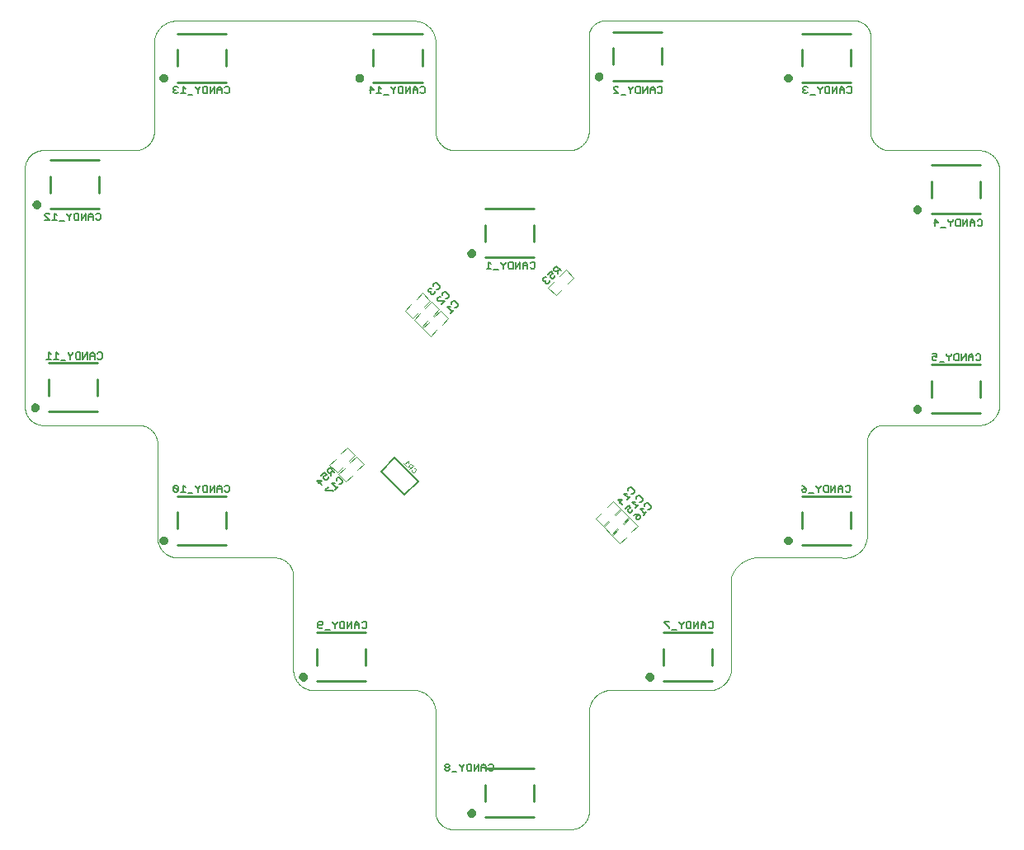
<source format=gbo>
G75*
%MOIN*%
%OFA0B0*%
%FSLAX25Y25*%
%IPPOS*%
%LPD*%
%AMOC8*
5,1,8,0,0,1.08239X$1,22.5*
%
%ADD10C,0.00394*%
%ADD11C,0.00500*%
%ADD12C,0.00400*%
%ADD13C,0.01969*%
%ADD14C,0.01000*%
D10*
X0116898Y0072600D02*
X0116898Y0110443D01*
X0116898Y0110442D02*
X0116906Y0110622D01*
X0116911Y0110802D01*
X0116910Y0110982D01*
X0116906Y0111162D01*
X0116897Y0111342D01*
X0116884Y0111521D01*
X0116866Y0111700D01*
X0116844Y0111879D01*
X0116818Y0112057D01*
X0116787Y0112234D01*
X0116753Y0112411D01*
X0116714Y0112587D01*
X0116670Y0112761D01*
X0116623Y0112935D01*
X0116571Y0113107D01*
X0116515Y0113278D01*
X0116455Y0113448D01*
X0116391Y0113616D01*
X0116323Y0113783D01*
X0116251Y0113948D01*
X0116175Y0114111D01*
X0116095Y0114272D01*
X0116011Y0114431D01*
X0115924Y0114588D01*
X0115832Y0114743D01*
X0115737Y0114896D01*
X0115638Y0115047D01*
X0115536Y0115195D01*
X0115430Y0115340D01*
X0115321Y0115483D01*
X0115208Y0115623D01*
X0115091Y0115760D01*
X0114972Y0115895D01*
X0114849Y0116027D01*
X0114723Y0116155D01*
X0114594Y0116281D01*
X0114462Y0116403D01*
X0114328Y0116522D01*
X0114190Y0116638D01*
X0114050Y0116751D01*
X0113906Y0116860D01*
X0113761Y0116965D01*
X0113612Y0117068D01*
X0113462Y0117166D01*
X0113309Y0117261D01*
X0113154Y0117352D01*
X0112996Y0117439D01*
X0112837Y0117522D01*
X0112675Y0117602D01*
X0112512Y0117678D01*
X0112347Y0117749D01*
X0112180Y0117817D01*
X0112012Y0117881D01*
X0111842Y0117940D01*
X0111671Y0117996D01*
X0111498Y0118047D01*
X0111325Y0118094D01*
X0111150Y0118137D01*
X0110974Y0118175D01*
X0110797Y0118210D01*
X0110620Y0118240D01*
X0110442Y0118266D01*
X0110263Y0118287D01*
X0110084Y0118304D01*
X0109905Y0118317D01*
X0070535Y0118317D01*
X0070534Y0118317D02*
X0070334Y0118312D01*
X0070133Y0118312D01*
X0069932Y0118316D01*
X0069731Y0118326D01*
X0069531Y0118341D01*
X0069331Y0118361D01*
X0069132Y0118385D01*
X0068933Y0118415D01*
X0068735Y0118449D01*
X0068538Y0118488D01*
X0068342Y0118532D01*
X0068148Y0118581D01*
X0067954Y0118634D01*
X0067762Y0118692D01*
X0067571Y0118755D01*
X0067382Y0118823D01*
X0067195Y0118895D01*
X0067009Y0118972D01*
X0066825Y0119053D01*
X0066644Y0119139D01*
X0066464Y0119229D01*
X0066287Y0119324D01*
X0066112Y0119423D01*
X0065940Y0119526D01*
X0065770Y0119634D01*
X0065603Y0119745D01*
X0065439Y0119861D01*
X0065278Y0119980D01*
X0065119Y0120104D01*
X0064964Y0120231D01*
X0064812Y0120362D01*
X0064663Y0120497D01*
X0064518Y0120636D01*
X0064376Y0120778D01*
X0064237Y0120923D01*
X0064102Y0121072D01*
X0063971Y0121224D01*
X0063844Y0121379D01*
X0063720Y0121537D01*
X0063600Y0121699D01*
X0063485Y0121863D01*
X0063373Y0122030D01*
X0063266Y0122199D01*
X0063162Y0122372D01*
X0063063Y0122546D01*
X0062968Y0122723D01*
X0062878Y0122903D01*
X0062792Y0123084D01*
X0062711Y0123268D01*
X0062634Y0123453D01*
X0062562Y0123641D01*
X0062494Y0123830D01*
X0062431Y0124021D01*
X0062372Y0124213D01*
X0062319Y0124406D01*
X0062270Y0124601D01*
X0062226Y0124797D01*
X0062187Y0124994D01*
X0062152Y0125192D01*
X0062123Y0125391D01*
X0062098Y0125590D01*
X0062078Y0125790D01*
X0062064Y0125990D01*
X0062054Y0126191D01*
X0062054Y0164033D01*
X0062054Y0164034D02*
X0062059Y0164217D01*
X0062060Y0164400D01*
X0062056Y0164583D01*
X0062048Y0164766D01*
X0062035Y0164948D01*
X0062018Y0165131D01*
X0061997Y0165313D01*
X0061971Y0165494D01*
X0061941Y0165674D01*
X0061907Y0165854D01*
X0061868Y0166033D01*
X0061825Y0166211D01*
X0061777Y0166388D01*
X0061725Y0166564D01*
X0061670Y0166738D01*
X0061609Y0166911D01*
X0061545Y0167082D01*
X0061477Y0167252D01*
X0061404Y0167420D01*
X0061328Y0167587D01*
X0061247Y0167751D01*
X0061163Y0167914D01*
X0061074Y0168074D01*
X0060982Y0168232D01*
X0060886Y0168388D01*
X0060786Y0168542D01*
X0060683Y0168693D01*
X0060576Y0168841D01*
X0060465Y0168987D01*
X0060351Y0169130D01*
X0060234Y0169271D01*
X0060113Y0169408D01*
X0059988Y0169543D01*
X0059861Y0169674D01*
X0059731Y0169803D01*
X0059597Y0169928D01*
X0059460Y0170050D01*
X0059321Y0170168D01*
X0059179Y0170284D01*
X0059033Y0170395D01*
X0058886Y0170504D01*
X0058735Y0170608D01*
X0058583Y0170709D01*
X0058427Y0170806D01*
X0058270Y0170900D01*
X0058110Y0170989D01*
X0057949Y0171075D01*
X0057785Y0171157D01*
X0057619Y0171235D01*
X0057451Y0171308D01*
X0057282Y0171378D01*
X0057111Y0171444D01*
X0056939Y0171505D01*
X0056765Y0171562D01*
X0056589Y0171615D01*
X0056413Y0171664D01*
X0056235Y0171709D01*
X0056057Y0171749D01*
X0055877Y0171785D01*
X0055697Y0171816D01*
X0055516Y0171843D01*
X0055334Y0171866D01*
X0055152Y0171884D01*
X0054969Y0171898D01*
X0054786Y0171908D01*
X0054787Y0171907D02*
X0015417Y0171907D01*
X0015416Y0171908D02*
X0015235Y0171922D01*
X0015054Y0171941D01*
X0014874Y0171964D01*
X0014695Y0171991D01*
X0014516Y0172023D01*
X0014338Y0172059D01*
X0014161Y0172100D01*
X0013985Y0172145D01*
X0013810Y0172194D01*
X0013636Y0172248D01*
X0013464Y0172305D01*
X0013293Y0172367D01*
X0013124Y0172433D01*
X0012956Y0172504D01*
X0012790Y0172578D01*
X0012627Y0172657D01*
X0012465Y0172739D01*
X0012305Y0172825D01*
X0012147Y0172916D01*
X0011992Y0173010D01*
X0011839Y0173108D01*
X0011688Y0173209D01*
X0011540Y0173314D01*
X0011394Y0173423D01*
X0011252Y0173536D01*
X0011112Y0173652D01*
X0010975Y0173771D01*
X0010841Y0173893D01*
X0010710Y0174019D01*
X0010582Y0174148D01*
X0010457Y0174281D01*
X0010336Y0174416D01*
X0010217Y0174554D01*
X0010103Y0174695D01*
X0009992Y0174838D01*
X0009884Y0174985D01*
X0009780Y0175134D01*
X0009680Y0175285D01*
X0009583Y0175439D01*
X0009491Y0175596D01*
X0009402Y0175754D01*
X0009317Y0175915D01*
X0009236Y0176077D01*
X0009159Y0176242D01*
X0009086Y0176408D01*
X0009017Y0176577D01*
X0008953Y0176746D01*
X0008892Y0176918D01*
X0008836Y0177090D01*
X0008784Y0177265D01*
X0008736Y0177440D01*
X0008693Y0177616D01*
X0008654Y0177794D01*
X0008619Y0177972D01*
X0008589Y0178151D01*
X0008563Y0178331D01*
X0008542Y0178512D01*
X0008525Y0178692D01*
X0008512Y0178874D01*
X0008504Y0179055D01*
X0008500Y0179237D01*
X0008501Y0179419D01*
X0008506Y0179600D01*
X0008516Y0179782D01*
X0008516Y0179781D02*
X0008516Y0275136D01*
X0008516Y0275135D02*
X0008506Y0275314D01*
X0008501Y0275493D01*
X0008500Y0275672D01*
X0008504Y0275851D01*
X0008511Y0276029D01*
X0008523Y0276208D01*
X0008540Y0276386D01*
X0008560Y0276564D01*
X0008585Y0276741D01*
X0008614Y0276917D01*
X0008648Y0277093D01*
X0008685Y0277268D01*
X0008727Y0277442D01*
X0008773Y0277615D01*
X0008823Y0277786D01*
X0008878Y0277957D01*
X0008936Y0278126D01*
X0008999Y0278294D01*
X0009065Y0278460D01*
X0009136Y0278624D01*
X0009211Y0278787D01*
X0009289Y0278947D01*
X0009371Y0279106D01*
X0009457Y0279263D01*
X0009547Y0279418D01*
X0009641Y0279570D01*
X0009738Y0279720D01*
X0009839Y0279868D01*
X0009943Y0280014D01*
X0010051Y0280156D01*
X0010162Y0280296D01*
X0010277Y0280434D01*
X0010395Y0280568D01*
X0010516Y0280700D01*
X0010640Y0280829D01*
X0010768Y0280954D01*
X0010898Y0281077D01*
X0011031Y0281196D01*
X0011167Y0281312D01*
X0011306Y0281425D01*
X0011448Y0281534D01*
X0011592Y0281640D01*
X0011739Y0281743D01*
X0011888Y0281841D01*
X0012039Y0281937D01*
X0012193Y0282028D01*
X0012349Y0282116D01*
X0012507Y0282200D01*
X0012667Y0282280D01*
X0012829Y0282356D01*
X0012992Y0282429D01*
X0013157Y0282497D01*
X0013324Y0282561D01*
X0013493Y0282622D01*
X0013663Y0282678D01*
X0013834Y0282730D01*
X0014006Y0282778D01*
X0014180Y0282822D01*
X0014354Y0282861D01*
X0014530Y0282896D01*
X0014706Y0282928D01*
X0014883Y0282954D01*
X0015060Y0282977D01*
X0015238Y0282995D01*
X0015416Y0283009D01*
X0015417Y0283010D02*
X0052874Y0283010D01*
X0052875Y0283009D02*
X0053065Y0283011D01*
X0053255Y0283018D01*
X0053444Y0283029D01*
X0053634Y0283045D01*
X0053823Y0283065D01*
X0054011Y0283090D01*
X0054199Y0283120D01*
X0054386Y0283154D01*
X0054572Y0283192D01*
X0054757Y0283235D01*
X0054941Y0283283D01*
X0055124Y0283335D01*
X0055306Y0283391D01*
X0055486Y0283452D01*
X0055664Y0283517D01*
X0055841Y0283586D01*
X0056016Y0283660D01*
X0056190Y0283738D01*
X0056361Y0283819D01*
X0056531Y0283906D01*
X0056698Y0283996D01*
X0056863Y0284090D01*
X0057026Y0284188D01*
X0057186Y0284290D01*
X0057344Y0284396D01*
X0057499Y0284506D01*
X0057652Y0284619D01*
X0057802Y0284736D01*
X0057949Y0284857D01*
X0058092Y0284981D01*
X0058233Y0285108D01*
X0058371Y0285239D01*
X0058506Y0285374D01*
X0058637Y0285511D01*
X0058765Y0285652D01*
X0058889Y0285795D01*
X0059010Y0285942D01*
X0059128Y0286091D01*
X0059241Y0286244D01*
X0059351Y0286398D01*
X0059458Y0286556D01*
X0059560Y0286716D01*
X0059659Y0286879D01*
X0059753Y0287044D01*
X0059844Y0287211D01*
X0059930Y0287380D01*
X0060013Y0287551D01*
X0060091Y0287724D01*
X0060165Y0287900D01*
X0060235Y0288076D01*
X0060300Y0288255D01*
X0060361Y0288435D01*
X0060418Y0288616D01*
X0060470Y0288799D01*
X0060518Y0288983D01*
X0060562Y0289168D01*
X0060601Y0289354D01*
X0060635Y0289541D01*
X0060665Y0289728D01*
X0060691Y0289917D01*
X0060711Y0290106D01*
X0060728Y0290295D01*
X0060739Y0290485D01*
X0060746Y0290675D01*
X0060749Y0290865D01*
X0060748Y0290865D02*
X0060748Y0327419D01*
X0060749Y0327419D02*
X0060774Y0327632D01*
X0060805Y0327845D01*
X0060841Y0328056D01*
X0060882Y0328267D01*
X0060928Y0328477D01*
X0060979Y0328685D01*
X0061036Y0328892D01*
X0061097Y0329098D01*
X0061163Y0329302D01*
X0061234Y0329505D01*
X0061310Y0329706D01*
X0061391Y0329904D01*
X0061476Y0330101D01*
X0061567Y0330296D01*
X0061662Y0330488D01*
X0061761Y0330679D01*
X0061865Y0330866D01*
X0061974Y0331051D01*
X0062087Y0331234D01*
X0062205Y0331413D01*
X0062326Y0331590D01*
X0062452Y0331764D01*
X0062582Y0331935D01*
X0062717Y0332102D01*
X0062855Y0332266D01*
X0062997Y0332427D01*
X0063143Y0332584D01*
X0063293Y0332738D01*
X0063446Y0332888D01*
X0063604Y0333034D01*
X0063764Y0333177D01*
X0063928Y0333315D01*
X0064095Y0333450D01*
X0064266Y0333580D01*
X0064439Y0333707D01*
X0064616Y0333829D01*
X0064795Y0333947D01*
X0064977Y0334060D01*
X0065162Y0334169D01*
X0065350Y0334273D01*
X0065540Y0334373D01*
X0065732Y0334469D01*
X0065927Y0334559D01*
X0066123Y0334645D01*
X0066322Y0334726D01*
X0066523Y0334803D01*
X0066725Y0334874D01*
X0066929Y0334941D01*
X0067135Y0335002D01*
X0067342Y0335059D01*
X0067550Y0335110D01*
X0067760Y0335157D01*
X0067970Y0335198D01*
X0068182Y0335234D01*
X0068394Y0335266D01*
X0068607Y0335292D01*
X0068821Y0335313D01*
X0069035Y0335328D01*
X0069249Y0335339D01*
X0069464Y0335344D01*
X0069679Y0335344D01*
X0069893Y0335339D01*
X0070108Y0335329D01*
X0070322Y0335314D01*
X0070535Y0335293D01*
X0165023Y0335293D01*
X0174353Y0327419D02*
X0174353Y0290884D01*
X0174355Y0290693D01*
X0174362Y0290503D01*
X0174374Y0290312D01*
X0174390Y0290122D01*
X0174411Y0289933D01*
X0174436Y0289744D01*
X0174466Y0289555D01*
X0174500Y0289368D01*
X0174539Y0289181D01*
X0174582Y0288995D01*
X0174630Y0288810D01*
X0174683Y0288627D01*
X0174739Y0288445D01*
X0174800Y0288264D01*
X0174866Y0288085D01*
X0174936Y0287908D01*
X0175010Y0287732D01*
X0175088Y0287558D01*
X0175171Y0287386D01*
X0175257Y0287216D01*
X0175348Y0287048D01*
X0175442Y0286883D01*
X0175541Y0286719D01*
X0175644Y0286559D01*
X0175750Y0286400D01*
X0175860Y0286245D01*
X0175974Y0286092D01*
X0176092Y0285942D01*
X0176213Y0285794D01*
X0176338Y0285650D01*
X0176466Y0285509D01*
X0176598Y0285371D01*
X0176733Y0285236D01*
X0176871Y0285104D01*
X0177012Y0284976D01*
X0177156Y0284851D01*
X0177304Y0284730D01*
X0177454Y0284612D01*
X0177607Y0284498D01*
X0177762Y0284388D01*
X0177921Y0284282D01*
X0178081Y0284179D01*
X0178245Y0284080D01*
X0178410Y0283986D01*
X0178578Y0283895D01*
X0178748Y0283809D01*
X0178920Y0283726D01*
X0179094Y0283648D01*
X0179270Y0283574D01*
X0179447Y0283504D01*
X0179626Y0283438D01*
X0179807Y0283377D01*
X0179989Y0283321D01*
X0180172Y0283268D01*
X0180357Y0283220D01*
X0180543Y0283177D01*
X0180730Y0283138D01*
X0180917Y0283104D01*
X0181106Y0283074D01*
X0181295Y0283049D01*
X0181484Y0283028D01*
X0181674Y0283012D01*
X0181865Y0283000D01*
X0182055Y0282993D01*
X0182246Y0282991D01*
X0228015Y0282991D01*
X0228015Y0282990D02*
X0228215Y0282987D01*
X0228414Y0282989D01*
X0228614Y0282995D01*
X0228813Y0283006D01*
X0229012Y0283023D01*
X0229211Y0283044D01*
X0229408Y0283070D01*
X0229606Y0283101D01*
X0229802Y0283136D01*
X0229997Y0283177D01*
X0230192Y0283222D01*
X0230385Y0283272D01*
X0230577Y0283327D01*
X0230767Y0283386D01*
X0230956Y0283450D01*
X0231144Y0283519D01*
X0231330Y0283592D01*
X0231513Y0283670D01*
X0231695Y0283752D01*
X0231875Y0283839D01*
X0232052Y0283930D01*
X0232228Y0284026D01*
X0232401Y0284125D01*
X0232571Y0284229D01*
X0232739Y0284337D01*
X0232904Y0284450D01*
X0233066Y0284566D01*
X0233225Y0284686D01*
X0233382Y0284810D01*
X0233535Y0284938D01*
X0233685Y0285069D01*
X0233832Y0285205D01*
X0233976Y0285343D01*
X0234116Y0285486D01*
X0234252Y0285631D01*
X0234385Y0285780D01*
X0234514Y0285932D01*
X0234640Y0286087D01*
X0234761Y0286246D01*
X0234879Y0286407D01*
X0234992Y0286571D01*
X0235102Y0286738D01*
X0235207Y0286907D01*
X0235309Y0287079D01*
X0235406Y0287254D01*
X0235498Y0287430D01*
X0235587Y0287609D01*
X0235671Y0287791D01*
X0235750Y0287974D01*
X0235825Y0288159D01*
X0235895Y0288345D01*
X0235961Y0288534D01*
X0236022Y0288724D01*
X0236079Y0288915D01*
X0236130Y0289108D01*
X0236177Y0289302D01*
X0236220Y0289497D01*
X0236257Y0289693D01*
X0236290Y0289890D01*
X0236317Y0290088D01*
X0236340Y0290286D01*
X0236358Y0290485D01*
X0236371Y0290684D01*
X0236380Y0290883D01*
X0236379Y0290884D02*
X0236379Y0330235D01*
X0236414Y0330391D01*
X0236454Y0330546D01*
X0236498Y0330700D01*
X0236545Y0330853D01*
X0236595Y0331004D01*
X0236650Y0331155D01*
X0236708Y0331304D01*
X0236770Y0331451D01*
X0236835Y0331597D01*
X0236903Y0331742D01*
X0236976Y0331884D01*
X0237051Y0332025D01*
X0237130Y0332164D01*
X0237212Y0332302D01*
X0237298Y0332437D01*
X0237387Y0332570D01*
X0237479Y0332700D01*
X0237574Y0332829D01*
X0237672Y0332955D01*
X0237774Y0333079D01*
X0237878Y0333200D01*
X0237985Y0333319D01*
X0238095Y0333435D01*
X0238208Y0333549D01*
X0238323Y0333659D01*
X0238441Y0333767D01*
X0238562Y0333872D01*
X0238685Y0333974D01*
X0238811Y0334073D01*
X0238939Y0334169D01*
X0239069Y0334262D01*
X0239201Y0334352D01*
X0239336Y0334438D01*
X0239472Y0334521D01*
X0239611Y0334601D01*
X0239751Y0334677D01*
X0239894Y0334750D01*
X0240038Y0334820D01*
X0240183Y0334886D01*
X0240331Y0334949D01*
X0240479Y0335008D01*
X0240629Y0335063D01*
X0240781Y0335115D01*
X0240933Y0335163D01*
X0241087Y0335207D01*
X0241241Y0335248D01*
X0241397Y0335285D01*
X0241553Y0335318D01*
X0241711Y0335347D01*
X0241869Y0335373D01*
X0242027Y0335394D01*
X0242186Y0335412D01*
X0242345Y0335426D01*
X0242505Y0335436D01*
X0242665Y0335443D01*
X0242825Y0335445D01*
X0242985Y0335444D01*
X0243144Y0335438D01*
X0243304Y0335429D01*
X0243463Y0335416D01*
X0243622Y0335399D01*
X0243781Y0335378D01*
X0243939Y0335354D01*
X0244096Y0335326D01*
X0244253Y0335293D01*
X0342110Y0335293D01*
X0342267Y0335326D01*
X0342424Y0335354D01*
X0342582Y0335378D01*
X0342741Y0335399D01*
X0342900Y0335416D01*
X0343059Y0335429D01*
X0343219Y0335438D01*
X0343378Y0335444D01*
X0343538Y0335445D01*
X0343698Y0335443D01*
X0343858Y0335436D01*
X0344018Y0335426D01*
X0344177Y0335412D01*
X0344336Y0335394D01*
X0344494Y0335373D01*
X0344652Y0335347D01*
X0344810Y0335318D01*
X0344966Y0335285D01*
X0345122Y0335248D01*
X0345276Y0335207D01*
X0345430Y0335163D01*
X0345582Y0335115D01*
X0345734Y0335063D01*
X0345884Y0335008D01*
X0346032Y0334949D01*
X0346180Y0334886D01*
X0346325Y0334820D01*
X0346469Y0334750D01*
X0346612Y0334677D01*
X0346752Y0334601D01*
X0346891Y0334521D01*
X0347027Y0334438D01*
X0347162Y0334352D01*
X0347294Y0334262D01*
X0347424Y0334169D01*
X0347552Y0334073D01*
X0347678Y0333974D01*
X0347801Y0333872D01*
X0347922Y0333767D01*
X0348040Y0333659D01*
X0348155Y0333549D01*
X0348268Y0333435D01*
X0348378Y0333319D01*
X0348485Y0333200D01*
X0348589Y0333079D01*
X0348691Y0332955D01*
X0348789Y0332829D01*
X0348884Y0332700D01*
X0348976Y0332570D01*
X0349065Y0332437D01*
X0349151Y0332302D01*
X0349233Y0332164D01*
X0349312Y0332025D01*
X0349387Y0331884D01*
X0349460Y0331742D01*
X0349528Y0331597D01*
X0349593Y0331451D01*
X0349655Y0331304D01*
X0349713Y0331155D01*
X0349768Y0331004D01*
X0349818Y0330853D01*
X0349865Y0330700D01*
X0349909Y0330546D01*
X0349949Y0330391D01*
X0349984Y0330235D01*
X0349984Y0290865D01*
X0349987Y0290675D01*
X0349994Y0290485D01*
X0350005Y0290295D01*
X0350022Y0290106D01*
X0350042Y0289917D01*
X0350068Y0289728D01*
X0350098Y0289541D01*
X0350132Y0289354D01*
X0350171Y0289168D01*
X0350215Y0288983D01*
X0350263Y0288799D01*
X0350315Y0288616D01*
X0350372Y0288435D01*
X0350433Y0288255D01*
X0350498Y0288076D01*
X0350568Y0287900D01*
X0350642Y0287724D01*
X0350720Y0287551D01*
X0350803Y0287380D01*
X0350889Y0287211D01*
X0350980Y0287044D01*
X0351074Y0286879D01*
X0351173Y0286716D01*
X0351275Y0286556D01*
X0351382Y0286398D01*
X0351492Y0286244D01*
X0351605Y0286091D01*
X0351723Y0285942D01*
X0351844Y0285795D01*
X0351968Y0285652D01*
X0352096Y0285511D01*
X0352227Y0285374D01*
X0352362Y0285239D01*
X0352500Y0285108D01*
X0352641Y0284981D01*
X0352784Y0284857D01*
X0352931Y0284736D01*
X0353081Y0284619D01*
X0353234Y0284506D01*
X0353389Y0284396D01*
X0353547Y0284290D01*
X0353707Y0284188D01*
X0353870Y0284090D01*
X0354035Y0283996D01*
X0354202Y0283906D01*
X0354372Y0283819D01*
X0354543Y0283738D01*
X0354717Y0283660D01*
X0354892Y0283586D01*
X0355069Y0283517D01*
X0355247Y0283452D01*
X0355427Y0283391D01*
X0355609Y0283335D01*
X0355792Y0283283D01*
X0355976Y0283235D01*
X0356161Y0283192D01*
X0356347Y0283154D01*
X0356534Y0283120D01*
X0356722Y0283090D01*
X0356910Y0283065D01*
X0357099Y0283045D01*
X0357289Y0283029D01*
X0357478Y0283018D01*
X0357668Y0283011D01*
X0357858Y0283009D01*
X0357858Y0283010D02*
X0393369Y0283010D01*
X0393572Y0283019D01*
X0393774Y0283024D01*
X0393976Y0283023D01*
X0394179Y0283018D01*
X0394381Y0283008D01*
X0394582Y0282992D01*
X0394784Y0282972D01*
X0394985Y0282948D01*
X0395185Y0282918D01*
X0395384Y0282883D01*
X0395583Y0282844D01*
X0395780Y0282800D01*
X0395977Y0282751D01*
X0396172Y0282697D01*
X0396366Y0282639D01*
X0396558Y0282576D01*
X0396749Y0282509D01*
X0396938Y0282436D01*
X0397125Y0282360D01*
X0397311Y0282278D01*
X0397494Y0282193D01*
X0397675Y0282103D01*
X0397854Y0282008D01*
X0398031Y0281909D01*
X0398205Y0281806D01*
X0398377Y0281699D01*
X0398546Y0281588D01*
X0398712Y0281472D01*
X0398875Y0281353D01*
X0399036Y0281230D01*
X0399194Y0281103D01*
X0399348Y0280972D01*
X0399499Y0280837D01*
X0399647Y0280699D01*
X0399791Y0280558D01*
X0399933Y0280412D01*
X0400070Y0280264D01*
X0400204Y0280112D01*
X0400334Y0279957D01*
X0400460Y0279799D01*
X0400583Y0279638D01*
X0400701Y0279474D01*
X0400816Y0279307D01*
X0400927Y0279138D01*
X0401033Y0278965D01*
X0401135Y0278791D01*
X0401233Y0278614D01*
X0401327Y0278434D01*
X0401416Y0278253D01*
X0401501Y0278069D01*
X0401581Y0277883D01*
X0401657Y0277695D01*
X0401729Y0277506D01*
X0401795Y0277315D01*
X0401857Y0277122D01*
X0401915Y0276928D01*
X0401968Y0276733D01*
X0402016Y0276536D01*
X0402059Y0276339D01*
X0402097Y0276140D01*
X0402131Y0275940D01*
X0402160Y0275740D01*
X0402184Y0275539D01*
X0402203Y0275338D01*
X0402217Y0275136D01*
X0402217Y0179781D01*
X0402203Y0179579D01*
X0402184Y0179378D01*
X0402160Y0179177D01*
X0402131Y0178977D01*
X0402097Y0178777D01*
X0402059Y0178578D01*
X0402016Y0178381D01*
X0401968Y0178184D01*
X0401915Y0177989D01*
X0401857Y0177795D01*
X0401795Y0177602D01*
X0401729Y0177411D01*
X0401657Y0177222D01*
X0401581Y0177034D01*
X0401501Y0176848D01*
X0401416Y0176664D01*
X0401327Y0176483D01*
X0401233Y0176303D01*
X0401135Y0176126D01*
X0401033Y0175952D01*
X0400927Y0175779D01*
X0400816Y0175610D01*
X0400701Y0175443D01*
X0400583Y0175279D01*
X0400460Y0175118D01*
X0400334Y0174960D01*
X0400204Y0174805D01*
X0400070Y0174653D01*
X0399933Y0174505D01*
X0399791Y0174359D01*
X0399647Y0174218D01*
X0399499Y0174080D01*
X0399348Y0173945D01*
X0399194Y0173814D01*
X0399036Y0173687D01*
X0398875Y0173564D01*
X0398712Y0173445D01*
X0398546Y0173329D01*
X0398377Y0173218D01*
X0398205Y0173111D01*
X0398031Y0173008D01*
X0397854Y0172909D01*
X0397675Y0172814D01*
X0397494Y0172724D01*
X0397311Y0172639D01*
X0397125Y0172557D01*
X0396938Y0172481D01*
X0396749Y0172408D01*
X0396558Y0172341D01*
X0396366Y0172278D01*
X0396172Y0172220D01*
X0395977Y0172166D01*
X0395780Y0172117D01*
X0395583Y0172073D01*
X0395384Y0172034D01*
X0395185Y0171999D01*
X0394985Y0171969D01*
X0394784Y0171945D01*
X0394582Y0171925D01*
X0394381Y0171909D01*
X0394179Y0171899D01*
X0393976Y0171894D01*
X0393774Y0171893D01*
X0393572Y0171898D01*
X0393369Y0171907D01*
X0353999Y0171907D01*
X0353826Y0171855D01*
X0353654Y0171799D01*
X0353483Y0171739D01*
X0353314Y0171675D01*
X0353146Y0171606D01*
X0352981Y0171533D01*
X0352817Y0171456D01*
X0352654Y0171376D01*
X0352494Y0171291D01*
X0352336Y0171203D01*
X0352181Y0171110D01*
X0352027Y0171014D01*
X0351876Y0170914D01*
X0351728Y0170810D01*
X0351582Y0170703D01*
X0351439Y0170592D01*
X0351298Y0170478D01*
X0351161Y0170361D01*
X0351026Y0170240D01*
X0350894Y0170115D01*
X0350765Y0169988D01*
X0350640Y0169857D01*
X0350518Y0169724D01*
X0350399Y0169587D01*
X0350283Y0169448D01*
X0350171Y0169306D01*
X0350062Y0169161D01*
X0349957Y0169013D01*
X0349856Y0168863D01*
X0349758Y0168711D01*
X0349664Y0168556D01*
X0349574Y0168399D01*
X0349488Y0168240D01*
X0349406Y0168079D01*
X0349328Y0167915D01*
X0349253Y0167750D01*
X0349183Y0167583D01*
X0349117Y0167415D01*
X0349055Y0167245D01*
X0348997Y0167073D01*
X0348944Y0166900D01*
X0348894Y0166726D01*
X0348849Y0166550D01*
X0348809Y0166374D01*
X0348772Y0166197D01*
X0348740Y0166018D01*
X0348712Y0165839D01*
X0348689Y0165660D01*
X0348670Y0165480D01*
X0348656Y0165299D01*
X0348646Y0165118D01*
X0348640Y0164937D01*
X0348639Y0164756D01*
X0348642Y0164575D01*
X0348650Y0164394D01*
X0348662Y0164214D01*
X0348679Y0164034D01*
X0348679Y0164033D02*
X0348679Y0126191D01*
X0348678Y0126190D02*
X0348645Y0125970D01*
X0348606Y0125750D01*
X0348562Y0125531D01*
X0348512Y0125313D01*
X0348458Y0125097D01*
X0348398Y0124882D01*
X0348333Y0124668D01*
X0348263Y0124456D01*
X0348187Y0124246D01*
X0348107Y0124038D01*
X0348022Y0123831D01*
X0347931Y0123627D01*
X0347836Y0123425D01*
X0347736Y0123226D01*
X0347631Y0123029D01*
X0347521Y0122834D01*
X0347407Y0122642D01*
X0347288Y0122453D01*
X0347165Y0122267D01*
X0347037Y0122084D01*
X0346905Y0121904D01*
X0346768Y0121728D01*
X0346627Y0121554D01*
X0346482Y0121385D01*
X0346333Y0121218D01*
X0346180Y0121056D01*
X0346024Y0120897D01*
X0345863Y0120742D01*
X0345699Y0120591D01*
X0345531Y0120444D01*
X0345359Y0120301D01*
X0345184Y0120162D01*
X0345006Y0120027D01*
X0344825Y0119897D01*
X0344640Y0119771D01*
X0344453Y0119650D01*
X0344263Y0119533D01*
X0344069Y0119421D01*
X0343874Y0119314D01*
X0343675Y0119211D01*
X0343475Y0119113D01*
X0343272Y0119020D01*
X0343066Y0118932D01*
X0342859Y0118849D01*
X0342650Y0118771D01*
X0342439Y0118699D01*
X0342226Y0118631D01*
X0342012Y0118568D01*
X0341796Y0118511D01*
X0341579Y0118459D01*
X0341361Y0118412D01*
X0341142Y0118370D01*
X0340921Y0118334D01*
X0340700Y0118303D01*
X0340478Y0118277D01*
X0340256Y0118257D01*
X0340033Y0118242D01*
X0339810Y0118232D01*
X0339587Y0118228D01*
X0339364Y0118229D01*
X0339141Y0118236D01*
X0338918Y0118248D01*
X0338695Y0118266D01*
X0338473Y0118288D01*
X0338251Y0118317D01*
X0306755Y0118317D01*
X0306470Y0118357D01*
X0306183Y0118390D01*
X0305896Y0118416D01*
X0305609Y0118435D01*
X0305320Y0118446D01*
X0305032Y0118451D01*
X0304744Y0118448D01*
X0304456Y0118439D01*
X0304168Y0118422D01*
X0303881Y0118399D01*
X0303594Y0118368D01*
X0303308Y0118331D01*
X0303023Y0118286D01*
X0302740Y0118234D01*
X0302457Y0118176D01*
X0302176Y0118111D01*
X0301897Y0118038D01*
X0301620Y0117959D01*
X0301345Y0117873D01*
X0301072Y0117781D01*
X0300801Y0117682D01*
X0300533Y0117576D01*
X0300267Y0117463D01*
X0300005Y0117344D01*
X0299745Y0117219D01*
X0299489Y0117088D01*
X0299235Y0116950D01*
X0298985Y0116806D01*
X0298739Y0116656D01*
X0298497Y0116500D01*
X0298258Y0116338D01*
X0298024Y0116170D01*
X0297793Y0115997D01*
X0297567Y0115818D01*
X0297346Y0115633D01*
X0297129Y0115444D01*
X0296917Y0115248D01*
X0296709Y0115048D01*
X0296507Y0114843D01*
X0296309Y0114633D01*
X0296117Y0114418D01*
X0295930Y0114198D01*
X0295749Y0113974D01*
X0295573Y0113746D01*
X0295403Y0113513D01*
X0295238Y0113276D01*
X0295080Y0113036D01*
X0294927Y0112791D01*
X0294780Y0112543D01*
X0294640Y0112291D01*
X0294506Y0112036D01*
X0294378Y0111778D01*
X0294256Y0111516D01*
X0294141Y0111252D01*
X0294032Y0110985D01*
X0293930Y0110715D01*
X0293834Y0110443D01*
X0293835Y0110443D02*
X0293835Y0072600D01*
X0293798Y0072376D01*
X0293756Y0072153D01*
X0293708Y0071931D01*
X0293655Y0071710D01*
X0293597Y0071491D01*
X0293533Y0071273D01*
X0293464Y0071057D01*
X0293390Y0070842D01*
X0293311Y0070629D01*
X0293227Y0070419D01*
X0293137Y0070210D01*
X0293043Y0070003D01*
X0292944Y0069799D01*
X0292839Y0069598D01*
X0292730Y0069399D01*
X0292616Y0069202D01*
X0292498Y0069009D01*
X0292374Y0068818D01*
X0292246Y0068630D01*
X0292114Y0068446D01*
X0291977Y0068265D01*
X0291836Y0068087D01*
X0291691Y0067912D01*
X0291541Y0067741D01*
X0291388Y0067574D01*
X0291230Y0067411D01*
X0291069Y0067251D01*
X0290903Y0067096D01*
X0290734Y0066944D01*
X0290562Y0066797D01*
X0290386Y0066653D01*
X0290206Y0066515D01*
X0290023Y0066380D01*
X0289837Y0066250D01*
X0289648Y0066124D01*
X0289456Y0066003D01*
X0289261Y0065887D01*
X0289063Y0065776D01*
X0288863Y0065669D01*
X0288660Y0065567D01*
X0288454Y0065470D01*
X0288247Y0065378D01*
X0288037Y0065291D01*
X0287825Y0065209D01*
X0287612Y0065133D01*
X0287396Y0065061D01*
X0287179Y0064995D01*
X0286960Y0064934D01*
X0286740Y0064879D01*
X0286519Y0064828D01*
X0286296Y0064783D01*
X0286073Y0064744D01*
X0285848Y0064710D01*
X0285623Y0064681D01*
X0285397Y0064658D01*
X0285171Y0064640D01*
X0284944Y0064627D01*
X0284717Y0064621D01*
X0284490Y0064619D01*
X0284263Y0064623D01*
X0284036Y0064633D01*
X0283810Y0064648D01*
X0283584Y0064669D01*
X0283358Y0064695D01*
X0283133Y0064726D01*
X0244253Y0064726D01*
X0244253Y0064725D02*
X0244037Y0064696D01*
X0243821Y0064662D01*
X0243606Y0064622D01*
X0243392Y0064577D01*
X0243179Y0064527D01*
X0242968Y0064472D01*
X0242758Y0064411D01*
X0242549Y0064346D01*
X0242342Y0064276D01*
X0242137Y0064200D01*
X0241934Y0064120D01*
X0241732Y0064035D01*
X0241533Y0063945D01*
X0241336Y0063850D01*
X0241142Y0063751D01*
X0240949Y0063646D01*
X0240760Y0063538D01*
X0240573Y0063424D01*
X0240389Y0063306D01*
X0240208Y0063184D01*
X0240030Y0063058D01*
X0239854Y0062927D01*
X0239683Y0062792D01*
X0239514Y0062652D01*
X0239349Y0062509D01*
X0239187Y0062362D01*
X0239029Y0062211D01*
X0238875Y0062056D01*
X0238724Y0061898D01*
X0238578Y0061736D01*
X0238435Y0061570D01*
X0238296Y0061401D01*
X0238162Y0061229D01*
X0238031Y0061054D01*
X0237905Y0060875D01*
X0237784Y0060693D01*
X0237666Y0060509D01*
X0237554Y0060322D01*
X0237445Y0060132D01*
X0237342Y0059939D01*
X0237243Y0059745D01*
X0237149Y0059547D01*
X0237059Y0059348D01*
X0236975Y0059146D01*
X0236895Y0058943D01*
X0236820Y0058737D01*
X0236751Y0058530D01*
X0236686Y0058321D01*
X0236626Y0058111D01*
X0236572Y0057899D01*
X0236522Y0057687D01*
X0236478Y0057472D01*
X0236439Y0057257D01*
X0236405Y0057041D01*
X0236376Y0056825D01*
X0236353Y0056607D01*
X0236335Y0056390D01*
X0236322Y0056171D01*
X0236314Y0055953D01*
X0236312Y0055734D01*
X0236315Y0055516D01*
X0236323Y0055297D01*
X0236337Y0055079D01*
X0236356Y0054862D01*
X0236380Y0054644D01*
X0236379Y0054645D02*
X0236379Y0015275D01*
X0236380Y0015275D02*
X0236364Y0015098D01*
X0236344Y0014922D01*
X0236320Y0014746D01*
X0236291Y0014571D01*
X0236259Y0014397D01*
X0236222Y0014224D01*
X0236181Y0014051D01*
X0236136Y0013880D01*
X0236086Y0013710D01*
X0236033Y0013541D01*
X0235975Y0013373D01*
X0235914Y0013207D01*
X0235848Y0013042D01*
X0235779Y0012879D01*
X0235706Y0012718D01*
X0235628Y0012558D01*
X0235547Y0012400D01*
X0235462Y0012245D01*
X0235374Y0012091D01*
X0235281Y0011940D01*
X0235185Y0011791D01*
X0235086Y0011644D01*
X0234983Y0011500D01*
X0234876Y0011358D01*
X0234767Y0011219D01*
X0234653Y0011083D01*
X0234537Y0010949D01*
X0234417Y0010818D01*
X0234294Y0010691D01*
X0234169Y0010566D01*
X0234040Y0010444D01*
X0233908Y0010325D01*
X0233774Y0010210D01*
X0233636Y0010098D01*
X0233496Y0009989D01*
X0233354Y0009884D01*
X0233209Y0009782D01*
X0233061Y0009684D01*
X0232911Y0009589D01*
X0232759Y0009498D01*
X0232605Y0009410D01*
X0232449Y0009327D01*
X0232291Y0009247D01*
X0232130Y0009171D01*
X0231969Y0009099D01*
X0231805Y0009031D01*
X0231640Y0008966D01*
X0231473Y0008906D01*
X0231305Y0008850D01*
X0231135Y0008798D01*
X0230965Y0008750D01*
X0230793Y0008706D01*
X0230620Y0008667D01*
X0230447Y0008631D01*
X0230272Y0008600D01*
X0230097Y0008573D01*
X0229921Y0008550D01*
X0229745Y0008531D01*
X0229568Y0008517D01*
X0229391Y0008507D01*
X0229214Y0008501D01*
X0229037Y0008500D01*
X0228860Y0008503D01*
X0228682Y0008510D01*
X0228506Y0008521D01*
X0228505Y0008521D02*
X0180771Y0008521D01*
X0180598Y0008541D01*
X0180426Y0008565D01*
X0180255Y0008593D01*
X0180085Y0008625D01*
X0179915Y0008661D01*
X0179746Y0008701D01*
X0179578Y0008746D01*
X0179411Y0008794D01*
X0179246Y0008846D01*
X0179082Y0008903D01*
X0178919Y0008963D01*
X0178758Y0009028D01*
X0178598Y0009096D01*
X0178440Y0009168D01*
X0178284Y0009244D01*
X0178130Y0009323D01*
X0177978Y0009406D01*
X0177827Y0009493D01*
X0177679Y0009584D01*
X0177533Y0009678D01*
X0177390Y0009776D01*
X0177249Y0009877D01*
X0177110Y0009981D01*
X0176974Y0010089D01*
X0176840Y0010200D01*
X0176710Y0010314D01*
X0176582Y0010431D01*
X0176457Y0010551D01*
X0176334Y0010675D01*
X0176215Y0010801D01*
X0176099Y0010930D01*
X0175986Y0011062D01*
X0175877Y0011197D01*
X0175770Y0011334D01*
X0175667Y0011473D01*
X0175568Y0011616D01*
X0175471Y0011760D01*
X0175379Y0011907D01*
X0175290Y0012056D01*
X0175204Y0012207D01*
X0175123Y0012360D01*
X0175044Y0012515D01*
X0174970Y0012672D01*
X0174900Y0012831D01*
X0174833Y0012991D01*
X0174770Y0013153D01*
X0174712Y0013316D01*
X0174657Y0013481D01*
X0174606Y0013647D01*
X0174559Y0013814D01*
X0174516Y0013982D01*
X0174478Y0014151D01*
X0174443Y0014321D01*
X0174413Y0014492D01*
X0174386Y0014664D01*
X0174364Y0014836D01*
X0174346Y0015009D01*
X0174332Y0015182D01*
X0174323Y0015355D01*
X0174317Y0015529D01*
X0174316Y0015702D01*
X0174319Y0015876D01*
X0174326Y0016049D01*
X0174337Y0016222D01*
X0174353Y0016395D01*
X0174353Y0054645D01*
X0174353Y0054644D02*
X0174377Y0054862D01*
X0174396Y0055079D01*
X0174410Y0055297D01*
X0174418Y0055516D01*
X0174421Y0055734D01*
X0174419Y0055953D01*
X0174411Y0056171D01*
X0174398Y0056390D01*
X0174380Y0056607D01*
X0174357Y0056825D01*
X0174328Y0057041D01*
X0174294Y0057257D01*
X0174255Y0057472D01*
X0174211Y0057687D01*
X0174161Y0057899D01*
X0174107Y0058111D01*
X0174047Y0058321D01*
X0173982Y0058530D01*
X0173913Y0058737D01*
X0173838Y0058943D01*
X0173758Y0059146D01*
X0173674Y0059348D01*
X0173584Y0059547D01*
X0173490Y0059745D01*
X0173391Y0059939D01*
X0173288Y0060132D01*
X0173179Y0060322D01*
X0173067Y0060509D01*
X0172949Y0060693D01*
X0172828Y0060875D01*
X0172702Y0061054D01*
X0172571Y0061229D01*
X0172437Y0061401D01*
X0172298Y0061570D01*
X0172155Y0061736D01*
X0172009Y0061898D01*
X0171858Y0062056D01*
X0171704Y0062211D01*
X0171546Y0062362D01*
X0171384Y0062509D01*
X0171219Y0062652D01*
X0171050Y0062792D01*
X0170879Y0062927D01*
X0170703Y0063058D01*
X0170525Y0063184D01*
X0170344Y0063306D01*
X0170160Y0063424D01*
X0169973Y0063538D01*
X0169784Y0063646D01*
X0169591Y0063751D01*
X0169397Y0063850D01*
X0169200Y0063945D01*
X0169001Y0064035D01*
X0168799Y0064120D01*
X0168596Y0064200D01*
X0168391Y0064276D01*
X0168184Y0064346D01*
X0167975Y0064411D01*
X0167765Y0064472D01*
X0167554Y0064527D01*
X0167341Y0064577D01*
X0167127Y0064622D01*
X0166912Y0064662D01*
X0166696Y0064696D01*
X0166480Y0064725D01*
X0166479Y0064726D02*
X0125653Y0064726D01*
X0125652Y0064727D02*
X0125451Y0064718D01*
X0125250Y0064715D01*
X0125049Y0064717D01*
X0124848Y0064723D01*
X0124647Y0064734D01*
X0124447Y0064750D01*
X0124246Y0064771D01*
X0124047Y0064797D01*
X0123848Y0064827D01*
X0123650Y0064863D01*
X0123453Y0064903D01*
X0123257Y0064948D01*
X0123062Y0064997D01*
X0122868Y0065052D01*
X0122676Y0065111D01*
X0122485Y0065174D01*
X0122295Y0065243D01*
X0122108Y0065315D01*
X0121922Y0065393D01*
X0121738Y0065474D01*
X0121556Y0065560D01*
X0121377Y0065651D01*
X0121199Y0065746D01*
X0121024Y0065845D01*
X0120851Y0065948D01*
X0120681Y0066056D01*
X0120514Y0066167D01*
X0120349Y0066283D01*
X0120187Y0066402D01*
X0120028Y0066526D01*
X0119872Y0066653D01*
X0119720Y0066784D01*
X0119570Y0066918D01*
X0119424Y0067056D01*
X0119281Y0067198D01*
X0119141Y0067343D01*
X0119005Y0067491D01*
X0118873Y0067643D01*
X0118744Y0067798D01*
X0118620Y0067955D01*
X0118499Y0068116D01*
X0118382Y0068280D01*
X0118269Y0068446D01*
X0118160Y0068615D01*
X0118055Y0068787D01*
X0117954Y0068961D01*
X0117858Y0069138D01*
X0117765Y0069317D01*
X0117678Y0069498D01*
X0117594Y0069681D01*
X0117515Y0069866D01*
X0117441Y0070053D01*
X0117371Y0070241D01*
X0117305Y0070432D01*
X0117245Y0070624D01*
X0117189Y0070817D01*
X0117137Y0071011D01*
X0117090Y0071207D01*
X0117049Y0071404D01*
X0117011Y0071602D01*
X0116979Y0071800D01*
X0116951Y0071999D01*
X0116929Y0072199D01*
X0116911Y0072400D01*
X0116898Y0072601D01*
X0138246Y0149128D02*
X0140681Y0151563D01*
X0142908Y0153790D02*
X0145343Y0156225D01*
X0142289Y0159278D01*
X0139855Y0156843D01*
X0139289Y0157409D02*
X0141724Y0159844D01*
X0138670Y0162897D01*
X0136235Y0160462D01*
X0134008Y0158235D02*
X0131574Y0155801D01*
X0134627Y0152747D01*
X0137062Y0155182D01*
X0137627Y0154616D02*
X0135193Y0152181D01*
X0138246Y0149128D01*
X0172287Y0207944D02*
X0174722Y0210379D01*
X0176949Y0212606D02*
X0179384Y0215041D01*
X0176330Y0218094D01*
X0173896Y0215660D01*
X0173330Y0216225D02*
X0175765Y0218660D01*
X0172711Y0221713D01*
X0170277Y0219279D01*
X0169711Y0219844D02*
X0172146Y0222279D01*
X0169092Y0225333D01*
X0166658Y0222898D01*
X0164430Y0220671D02*
X0161996Y0218236D01*
X0165049Y0215182D01*
X0167484Y0217617D01*
X0168049Y0217052D02*
X0165615Y0214617D01*
X0168668Y0211563D01*
X0171103Y0213998D01*
X0171669Y0213433D02*
X0169234Y0210998D01*
X0172287Y0207944D01*
X0219940Y0227557D02*
X0222993Y0224503D01*
X0225428Y0226938D01*
X0227655Y0229165D02*
X0230090Y0231600D01*
X0227037Y0234653D01*
X0224602Y0232219D01*
X0222375Y0229992D02*
X0219940Y0227557D01*
X0246139Y0141106D02*
X0243704Y0138671D01*
X0241477Y0136444D02*
X0239042Y0134009D01*
X0242095Y0130956D01*
X0244530Y0133391D01*
X0244817Y0133103D02*
X0242383Y0130669D01*
X0245436Y0127615D01*
X0247871Y0130050D01*
X0248264Y0129657D02*
X0245829Y0127222D01*
X0248882Y0124169D01*
X0251317Y0126604D01*
X0253544Y0128831D02*
X0255979Y0131265D01*
X0252926Y0134319D01*
X0250491Y0131884D01*
X0250098Y0132277D02*
X0252533Y0134712D01*
X0249479Y0137765D01*
X0247045Y0135330D01*
X0246757Y0135618D02*
X0249192Y0138053D01*
X0246139Y0141106D01*
X0174353Y0327419D02*
X0174333Y0327627D01*
X0174308Y0327834D01*
X0174278Y0328040D01*
X0174243Y0328246D01*
X0174203Y0328451D01*
X0174158Y0328654D01*
X0174108Y0328857D01*
X0174053Y0329058D01*
X0173993Y0329258D01*
X0173929Y0329457D01*
X0173860Y0329653D01*
X0173786Y0329849D01*
X0173707Y0330042D01*
X0173624Y0330233D01*
X0173536Y0330422D01*
X0173444Y0330609D01*
X0173347Y0330794D01*
X0173245Y0330976D01*
X0173140Y0331156D01*
X0173029Y0331333D01*
X0172915Y0331508D01*
X0172797Y0331680D01*
X0172674Y0331848D01*
X0172547Y0332014D01*
X0172417Y0332177D01*
X0172282Y0332336D01*
X0172144Y0332493D01*
X0172002Y0332645D01*
X0171856Y0332795D01*
X0171707Y0332940D01*
X0171554Y0333082D01*
X0171398Y0333221D01*
X0171239Y0333355D01*
X0171076Y0333486D01*
X0170910Y0333613D01*
X0170742Y0333735D01*
X0170570Y0333854D01*
X0170395Y0333968D01*
X0170218Y0334078D01*
X0170038Y0334184D01*
X0169856Y0334286D01*
X0169671Y0334383D01*
X0169484Y0334475D01*
X0169295Y0334563D01*
X0169104Y0334646D01*
X0168911Y0334725D01*
X0168716Y0334799D01*
X0168519Y0334868D01*
X0168320Y0334933D01*
X0168121Y0334992D01*
X0167919Y0335047D01*
X0167717Y0335097D01*
X0167513Y0335142D01*
X0167308Y0335182D01*
X0167103Y0335218D01*
X0166896Y0335248D01*
X0166689Y0335273D01*
X0166481Y0335293D01*
X0166273Y0335308D01*
X0166065Y0335318D01*
X0165856Y0335323D01*
X0165648Y0335323D01*
X0165439Y0335318D01*
X0165231Y0335308D01*
X0165023Y0335293D01*
D11*
X0164161Y0308750D02*
X0162359Y0306047D01*
X0162359Y0308750D01*
X0161214Y0308750D02*
X0159863Y0308750D01*
X0159412Y0308299D01*
X0159412Y0306498D01*
X0159863Y0306047D01*
X0161214Y0306047D01*
X0161214Y0308750D01*
X0158268Y0308750D02*
X0158268Y0308299D01*
X0157367Y0307398D01*
X0157367Y0306047D01*
X0157367Y0307398D02*
X0156466Y0308299D01*
X0156466Y0308750D01*
X0155321Y0305597D02*
X0153519Y0305597D01*
X0152374Y0306047D02*
X0150573Y0306047D01*
X0151474Y0306047D02*
X0151474Y0308750D01*
X0152374Y0307849D01*
X0149428Y0307398D02*
X0147626Y0307398D01*
X0148077Y0306047D02*
X0148077Y0308750D01*
X0149428Y0307398D01*
X0164161Y0306047D02*
X0164161Y0308750D01*
X0165306Y0307849D02*
X0165306Y0306047D01*
X0165306Y0307398D02*
X0167107Y0307398D01*
X0167107Y0307849D02*
X0166206Y0308750D01*
X0165306Y0307849D01*
X0167107Y0307849D02*
X0167107Y0306047D01*
X0168252Y0306498D02*
X0168702Y0306047D01*
X0169603Y0306047D01*
X0170054Y0306498D01*
X0170054Y0308299D01*
X0169603Y0308750D01*
X0168702Y0308750D01*
X0168252Y0308299D01*
X0090976Y0308299D02*
X0090976Y0306498D01*
X0090526Y0306047D01*
X0089625Y0306047D01*
X0089175Y0306498D01*
X0088030Y0306047D02*
X0088030Y0307849D01*
X0087129Y0308750D01*
X0086228Y0307849D01*
X0086228Y0306047D01*
X0085083Y0306047D02*
X0085083Y0308750D01*
X0083282Y0306047D01*
X0083282Y0308750D01*
X0082137Y0308750D02*
X0082137Y0306047D01*
X0080786Y0306047D01*
X0080335Y0306498D01*
X0080335Y0308299D01*
X0080786Y0308750D01*
X0082137Y0308750D01*
X0079190Y0308750D02*
X0079190Y0308299D01*
X0078290Y0307398D01*
X0078290Y0306047D01*
X0078290Y0307398D02*
X0077389Y0308299D01*
X0077389Y0308750D01*
X0076244Y0305597D02*
X0074442Y0305597D01*
X0073297Y0306047D02*
X0071496Y0306047D01*
X0072397Y0306047D02*
X0072397Y0308750D01*
X0073297Y0307849D01*
X0070351Y0308299D02*
X0069900Y0308750D01*
X0069000Y0308750D01*
X0068549Y0308299D01*
X0068549Y0307849D01*
X0069000Y0307398D01*
X0068549Y0306948D01*
X0068549Y0306498D01*
X0069000Y0306047D01*
X0069900Y0306047D01*
X0070351Y0306498D01*
X0069450Y0307398D02*
X0069000Y0307398D01*
X0086228Y0307398D02*
X0088030Y0307398D01*
X0089175Y0308299D02*
X0089625Y0308750D01*
X0090526Y0308750D01*
X0090976Y0308299D01*
X0039027Y0257118D02*
X0039027Y0255317D01*
X0038576Y0254866D01*
X0037676Y0254866D01*
X0037225Y0255317D01*
X0036080Y0254866D02*
X0036080Y0256668D01*
X0035180Y0257569D01*
X0034279Y0256668D01*
X0034279Y0254866D01*
X0033134Y0254866D02*
X0033134Y0257569D01*
X0031332Y0254866D01*
X0031332Y0257569D01*
X0030187Y0257569D02*
X0028836Y0257569D01*
X0028386Y0257118D01*
X0028386Y0255317D01*
X0028836Y0254866D01*
X0030187Y0254866D01*
X0030187Y0257569D01*
X0027241Y0257569D02*
X0027241Y0257118D01*
X0026340Y0256217D01*
X0026340Y0254866D01*
X0026340Y0256217D02*
X0025439Y0257118D01*
X0025439Y0257569D01*
X0024294Y0254416D02*
X0022493Y0254416D01*
X0021348Y0254866D02*
X0019546Y0254866D01*
X0020447Y0254866D02*
X0020447Y0257569D01*
X0021348Y0256668D01*
X0018401Y0257118D02*
X0017951Y0257569D01*
X0017050Y0257569D01*
X0016600Y0257118D01*
X0016600Y0256668D01*
X0018401Y0254866D01*
X0016600Y0254866D01*
X0034279Y0256217D02*
X0036080Y0256217D01*
X0037225Y0257118D02*
X0037676Y0257569D01*
X0038576Y0257569D01*
X0039027Y0257118D01*
X0039176Y0201291D02*
X0039627Y0200841D01*
X0039627Y0199039D01*
X0039176Y0198589D01*
X0038276Y0198589D01*
X0037825Y0199039D01*
X0036680Y0198589D02*
X0036680Y0200391D01*
X0035780Y0201291D01*
X0034879Y0200391D01*
X0034879Y0198589D01*
X0033734Y0198589D02*
X0033734Y0201291D01*
X0031932Y0198589D01*
X0031932Y0201291D01*
X0030787Y0201291D02*
X0029436Y0201291D01*
X0028986Y0200841D01*
X0028986Y0199039D01*
X0029436Y0198589D01*
X0030787Y0198589D01*
X0030787Y0201291D01*
X0027841Y0201291D02*
X0027841Y0200841D01*
X0026940Y0199940D01*
X0026940Y0198589D01*
X0026940Y0199940D02*
X0026039Y0200841D01*
X0026039Y0201291D01*
X0024894Y0198139D02*
X0023093Y0198139D01*
X0021948Y0198589D02*
X0020146Y0198589D01*
X0021047Y0198589D02*
X0021047Y0201291D01*
X0021948Y0200391D01*
X0019001Y0200391D02*
X0018100Y0201291D01*
X0018100Y0198589D01*
X0017200Y0198589D02*
X0019001Y0198589D01*
X0034879Y0199940D02*
X0036680Y0199940D01*
X0037825Y0200841D02*
X0038276Y0201291D01*
X0039176Y0201291D01*
X0069000Y0147542D02*
X0068549Y0147091D01*
X0070351Y0145290D01*
X0069900Y0144839D01*
X0069000Y0144839D01*
X0068549Y0145290D01*
X0068549Y0147091D01*
X0069000Y0147542D02*
X0069900Y0147542D01*
X0070351Y0147091D01*
X0070351Y0145290D01*
X0071496Y0144839D02*
X0073297Y0144839D01*
X0072397Y0144839D02*
X0072397Y0147542D01*
X0073297Y0146641D01*
X0074442Y0144389D02*
X0076244Y0144389D01*
X0078290Y0144839D02*
X0078290Y0146191D01*
X0077389Y0147091D01*
X0077389Y0147542D01*
X0078290Y0146191D02*
X0079190Y0147091D01*
X0079190Y0147542D01*
X0080335Y0147091D02*
X0080786Y0147542D01*
X0082137Y0147542D01*
X0082137Y0144839D01*
X0080786Y0144839D01*
X0080335Y0145290D01*
X0080335Y0147091D01*
X0083282Y0147542D02*
X0083282Y0144839D01*
X0085083Y0147542D01*
X0085083Y0144839D01*
X0086228Y0144839D02*
X0086228Y0146641D01*
X0087129Y0147542D01*
X0088030Y0146641D01*
X0088030Y0144839D01*
X0089175Y0145290D02*
X0089625Y0144839D01*
X0090526Y0144839D01*
X0090976Y0145290D01*
X0090976Y0147091D01*
X0090526Y0147542D01*
X0089625Y0147542D01*
X0089175Y0147091D01*
X0088030Y0146191D02*
X0086228Y0146191D01*
X0126496Y0149582D02*
X0128407Y0149582D01*
X0127133Y0148308D01*
X0128407Y0147671D02*
X0126496Y0149582D01*
X0128261Y0151347D02*
X0129535Y0152621D01*
X0130490Y0151665D01*
X0129535Y0151347D01*
X0129216Y0151028D01*
X0129216Y0150391D01*
X0129853Y0149754D01*
X0130490Y0149754D01*
X0131127Y0150391D01*
X0131127Y0151028D01*
X0132255Y0151519D02*
X0132255Y0152793D01*
X0131937Y0152475D02*
X0132892Y0153430D01*
X0133529Y0152793D02*
X0131618Y0154704D01*
X0130663Y0153749D01*
X0130663Y0153112D01*
X0131300Y0152475D01*
X0131937Y0152475D01*
X0134282Y0150130D02*
X0134919Y0150767D01*
X0135556Y0150767D01*
X0136830Y0149493D01*
X0136830Y0148856D01*
X0136193Y0148219D01*
X0135556Y0148219D01*
X0135065Y0147091D02*
X0133791Y0145817D01*
X0134428Y0146454D02*
X0132517Y0148365D01*
X0133791Y0148365D01*
X0134282Y0149493D02*
X0134282Y0150130D01*
X0131070Y0146918D02*
X0129796Y0145644D01*
X0130115Y0145326D01*
X0132663Y0145326D01*
X0132981Y0145007D01*
X0152283Y0153136D02*
X0157851Y0158704D01*
X0167316Y0149239D01*
X0161748Y0143671D01*
X0152283Y0153136D01*
X0145971Y0092424D02*
X0146421Y0091973D01*
X0146421Y0090172D01*
X0145971Y0089721D01*
X0145070Y0089721D01*
X0144620Y0090172D01*
X0143475Y0089721D02*
X0143475Y0091523D01*
X0142574Y0092424D01*
X0141673Y0091523D01*
X0141673Y0089721D01*
X0140528Y0089721D02*
X0140528Y0092424D01*
X0138727Y0089721D01*
X0138727Y0092424D01*
X0137582Y0092424D02*
X0136231Y0092424D01*
X0135780Y0091973D01*
X0135780Y0090172D01*
X0136231Y0089721D01*
X0137582Y0089721D01*
X0137582Y0092424D01*
X0134635Y0092424D02*
X0134635Y0091973D01*
X0133734Y0091073D01*
X0133734Y0089721D01*
X0133734Y0091073D02*
X0132834Y0091973D01*
X0132834Y0092424D01*
X0131689Y0089271D02*
X0129887Y0089271D01*
X0128742Y0090172D02*
X0128292Y0089721D01*
X0127391Y0089721D01*
X0126941Y0090172D01*
X0126941Y0091973D01*
X0127391Y0092424D01*
X0128292Y0092424D01*
X0128742Y0091973D01*
X0128742Y0091523D01*
X0128292Y0091073D01*
X0126941Y0091073D01*
X0141673Y0091073D02*
X0143475Y0091073D01*
X0144620Y0091973D02*
X0145070Y0092424D01*
X0145971Y0092424D01*
X0178626Y0034906D02*
X0178175Y0034455D01*
X0178175Y0034005D01*
X0178626Y0033554D01*
X0179526Y0033554D01*
X0179977Y0034005D01*
X0179977Y0034455D01*
X0179526Y0034906D01*
X0178626Y0034906D01*
X0178626Y0033554D02*
X0178175Y0033104D01*
X0178175Y0032654D01*
X0178626Y0032203D01*
X0179526Y0032203D01*
X0179977Y0032654D01*
X0179977Y0033104D01*
X0179526Y0033554D01*
X0181122Y0031753D02*
X0182923Y0031753D01*
X0184969Y0032203D02*
X0184969Y0033554D01*
X0184068Y0034455D01*
X0184068Y0034906D01*
X0184969Y0033554D02*
X0185870Y0034455D01*
X0185870Y0034906D01*
X0187015Y0034455D02*
X0187465Y0034906D01*
X0188816Y0034906D01*
X0188816Y0032203D01*
X0187465Y0032203D01*
X0187015Y0032654D01*
X0187015Y0034455D01*
X0189961Y0034906D02*
X0189961Y0032203D01*
X0191763Y0034906D01*
X0191763Y0032203D01*
X0192908Y0032203D02*
X0192908Y0034005D01*
X0193809Y0034906D01*
X0194709Y0034005D01*
X0194709Y0032203D01*
X0195854Y0032654D02*
X0196305Y0032203D01*
X0197206Y0032203D01*
X0197656Y0032654D01*
X0197656Y0034455D01*
X0197206Y0034906D01*
X0196305Y0034906D01*
X0195854Y0034455D01*
X0194709Y0033554D02*
X0192908Y0033554D01*
X0266947Y0091973D02*
X0268748Y0090172D01*
X0268748Y0089721D01*
X0269893Y0089271D02*
X0271695Y0089271D01*
X0273741Y0089721D02*
X0273741Y0091073D01*
X0272840Y0091973D01*
X0272840Y0092424D01*
X0273741Y0091073D02*
X0274641Y0091973D01*
X0274641Y0092424D01*
X0275786Y0091973D02*
X0276237Y0092424D01*
X0277588Y0092424D01*
X0277588Y0089721D01*
X0276237Y0089721D01*
X0275786Y0090172D01*
X0275786Y0091973D01*
X0278733Y0092424D02*
X0278733Y0089721D01*
X0280535Y0092424D01*
X0280535Y0089721D01*
X0281680Y0089721D02*
X0281680Y0091523D01*
X0282580Y0092424D01*
X0283481Y0091523D01*
X0283481Y0089721D01*
X0284626Y0090172D02*
X0285076Y0089721D01*
X0285977Y0089721D01*
X0286428Y0090172D01*
X0286428Y0091973D01*
X0285977Y0092424D01*
X0285076Y0092424D01*
X0284626Y0091973D01*
X0283481Y0091073D02*
X0281680Y0091073D01*
X0268748Y0092424D02*
X0266947Y0092424D01*
X0266947Y0091973D01*
X0256528Y0133734D02*
X0255891Y0133734D01*
X0255573Y0134053D01*
X0255573Y0134690D01*
X0256528Y0135645D01*
X0257165Y0135008D01*
X0257165Y0134371D01*
X0256528Y0133734D01*
X0256528Y0135645D02*
X0255254Y0135645D01*
X0254299Y0135327D01*
X0253261Y0136584D02*
X0253898Y0137221D01*
X0253898Y0137858D01*
X0253261Y0138495D02*
X0252306Y0138177D01*
X0251987Y0137858D01*
X0251987Y0137221D01*
X0252624Y0136584D01*
X0253261Y0136584D01*
X0253261Y0138495D02*
X0252306Y0139451D01*
X0251032Y0138177D01*
X0249920Y0139925D02*
X0248010Y0141836D01*
X0249920Y0141836D01*
X0248647Y0140562D01*
X0251685Y0141690D02*
X0252959Y0142964D01*
X0252322Y0142327D02*
X0250412Y0144238D01*
X0251685Y0144238D01*
X0252177Y0145366D02*
X0252177Y0146003D01*
X0252814Y0146640D01*
X0253450Y0146640D01*
X0254724Y0145366D01*
X0254724Y0144729D01*
X0254087Y0144092D01*
X0253450Y0144092D01*
X0255517Y0142662D02*
X0256154Y0143299D01*
X0256791Y0143299D01*
X0258065Y0142025D01*
X0258065Y0141388D01*
X0257428Y0140751D01*
X0256791Y0140751D01*
X0256300Y0139623D02*
X0255026Y0138349D01*
X0255663Y0138986D02*
X0253752Y0140897D01*
X0255026Y0140897D01*
X0255517Y0142025D02*
X0255517Y0142662D01*
X0258784Y0139812D02*
X0259421Y0140449D01*
X0260058Y0140449D01*
X0261332Y0139175D01*
X0261332Y0138538D01*
X0260695Y0137901D01*
X0260058Y0137901D01*
X0259567Y0136773D02*
X0258293Y0135499D01*
X0258930Y0136136D02*
X0257019Y0138047D01*
X0258293Y0138047D01*
X0258784Y0139175D02*
X0258784Y0139812D01*
X0322328Y0145290D02*
X0322328Y0145740D01*
X0322778Y0146191D01*
X0324130Y0146191D01*
X0324130Y0145290D01*
X0323679Y0144839D01*
X0322778Y0144839D01*
X0322328Y0145290D01*
X0323229Y0147091D02*
X0324130Y0146191D01*
X0323229Y0147091D02*
X0322328Y0147542D01*
X0325275Y0144389D02*
X0327076Y0144389D01*
X0329122Y0144839D02*
X0329122Y0146191D01*
X0328221Y0147091D01*
X0328221Y0147542D01*
X0329122Y0146191D02*
X0330023Y0147091D01*
X0330023Y0147542D01*
X0331168Y0147091D02*
X0331618Y0147542D01*
X0332969Y0147542D01*
X0332969Y0144839D01*
X0331618Y0144839D01*
X0331168Y0145290D01*
X0331168Y0147091D01*
X0334114Y0147542D02*
X0334114Y0144839D01*
X0335916Y0147542D01*
X0335916Y0144839D01*
X0337061Y0144839D02*
X0337061Y0146641D01*
X0337961Y0147542D01*
X0338862Y0146641D01*
X0338862Y0144839D01*
X0340007Y0145290D02*
X0340458Y0144839D01*
X0341358Y0144839D01*
X0341809Y0145290D01*
X0341809Y0147091D01*
X0341358Y0147542D01*
X0340458Y0147542D01*
X0340007Y0147091D01*
X0338862Y0146191D02*
X0337061Y0146191D01*
X0375497Y0197989D02*
X0376397Y0197989D01*
X0376848Y0198439D01*
X0376848Y0199340D02*
X0375947Y0199791D01*
X0375497Y0199791D01*
X0375046Y0199340D01*
X0375046Y0198439D01*
X0375497Y0197989D01*
X0376848Y0199340D02*
X0376848Y0200691D01*
X0375046Y0200691D01*
X0377993Y0197539D02*
X0379794Y0197539D01*
X0381840Y0197989D02*
X0381840Y0199340D01*
X0380939Y0200241D01*
X0380939Y0200691D01*
X0381840Y0199340D02*
X0382741Y0200241D01*
X0382741Y0200691D01*
X0383886Y0200241D02*
X0384336Y0200691D01*
X0385687Y0200691D01*
X0385687Y0197989D01*
X0384336Y0197989D01*
X0383886Y0198439D01*
X0383886Y0200241D01*
X0386832Y0200691D02*
X0386832Y0197989D01*
X0388634Y0200691D01*
X0388634Y0197989D01*
X0389779Y0197989D02*
X0389779Y0199791D01*
X0390679Y0200691D01*
X0391580Y0199791D01*
X0391580Y0197989D01*
X0392725Y0198439D02*
X0393176Y0197989D01*
X0394076Y0197989D01*
X0394527Y0198439D01*
X0394527Y0200241D01*
X0394076Y0200691D01*
X0393176Y0200691D01*
X0392725Y0200241D01*
X0391580Y0199340D02*
X0389779Y0199340D01*
X0389234Y0252298D02*
X0389234Y0255000D01*
X0387432Y0252298D01*
X0387432Y0255000D01*
X0386287Y0255000D02*
X0384936Y0255000D01*
X0384486Y0254550D01*
X0384486Y0252748D01*
X0384936Y0252298D01*
X0386287Y0252298D01*
X0386287Y0255000D01*
X0383341Y0255000D02*
X0383341Y0254550D01*
X0382440Y0253649D01*
X0382440Y0252298D01*
X0382440Y0253649D02*
X0381539Y0254550D01*
X0381539Y0255000D01*
X0380394Y0251847D02*
X0378593Y0251847D01*
X0377448Y0253649D02*
X0376097Y0255000D01*
X0376097Y0252298D01*
X0375646Y0253649D02*
X0377448Y0253649D01*
X0390379Y0253649D02*
X0392180Y0253649D01*
X0392180Y0254099D02*
X0391279Y0255000D01*
X0390379Y0254099D01*
X0390379Y0252298D01*
X0392180Y0252298D02*
X0392180Y0254099D01*
X0393325Y0254550D02*
X0393776Y0255000D01*
X0394676Y0255000D01*
X0395127Y0254550D01*
X0395127Y0252748D01*
X0394676Y0252298D01*
X0393776Y0252298D01*
X0393325Y0252748D01*
X0341958Y0306047D02*
X0341058Y0306047D01*
X0340607Y0306498D01*
X0339462Y0306047D02*
X0339462Y0307849D01*
X0338561Y0308750D01*
X0337661Y0307849D01*
X0337661Y0306047D01*
X0336516Y0306047D02*
X0336516Y0308750D01*
X0334714Y0306047D01*
X0334714Y0308750D01*
X0333569Y0308750D02*
X0332218Y0308750D01*
X0331768Y0308299D01*
X0331768Y0306498D01*
X0332218Y0306047D01*
X0333569Y0306047D01*
X0333569Y0308750D01*
X0330623Y0308750D02*
X0330623Y0308299D01*
X0329722Y0307398D01*
X0329722Y0306047D01*
X0329722Y0307398D02*
X0328821Y0308299D01*
X0328821Y0308750D01*
X0327676Y0305597D02*
X0325875Y0305597D01*
X0324730Y0306498D02*
X0324279Y0306047D01*
X0323378Y0306047D01*
X0322928Y0306498D01*
X0322928Y0306948D01*
X0323378Y0307398D01*
X0323829Y0307398D01*
X0323378Y0307398D02*
X0322928Y0307849D01*
X0322928Y0308299D01*
X0323378Y0308750D01*
X0324279Y0308750D01*
X0324730Y0308299D01*
X0337661Y0307398D02*
X0339462Y0307398D01*
X0340607Y0308299D02*
X0341058Y0308750D01*
X0341958Y0308750D01*
X0342409Y0308299D01*
X0342409Y0306498D01*
X0341958Y0306047D01*
X0265900Y0306498D02*
X0265450Y0306047D01*
X0264549Y0306047D01*
X0264098Y0306498D01*
X0262953Y0306047D02*
X0262953Y0307849D01*
X0262053Y0308750D01*
X0261152Y0307849D01*
X0261152Y0306047D01*
X0260007Y0306047D02*
X0260007Y0308750D01*
X0258205Y0306047D01*
X0258205Y0308750D01*
X0257060Y0308750D02*
X0255709Y0308750D01*
X0255259Y0308299D01*
X0255259Y0306498D01*
X0255709Y0306047D01*
X0257060Y0306047D01*
X0257060Y0308750D01*
X0254114Y0308750D02*
X0254114Y0308299D01*
X0253213Y0307398D01*
X0253213Y0306047D01*
X0253213Y0307398D02*
X0252312Y0308299D01*
X0252312Y0308750D01*
X0251167Y0305597D02*
X0249366Y0305597D01*
X0248221Y0306047D02*
X0246419Y0307849D01*
X0246419Y0308299D01*
X0246870Y0308750D01*
X0247771Y0308750D01*
X0248221Y0308299D01*
X0248221Y0306047D02*
X0246419Y0306047D01*
X0261152Y0307398D02*
X0262953Y0307398D01*
X0264098Y0308299D02*
X0264549Y0308750D01*
X0265450Y0308750D01*
X0265900Y0308299D01*
X0265900Y0306498D01*
X0214006Y0237884D02*
X0213105Y0237884D01*
X0212654Y0237433D01*
X0211509Y0236983D02*
X0210609Y0237884D01*
X0209708Y0236983D01*
X0209708Y0235181D01*
X0208563Y0235181D02*
X0208563Y0237884D01*
X0206761Y0235181D01*
X0206761Y0237884D01*
X0205616Y0237884D02*
X0204265Y0237884D01*
X0203815Y0237433D01*
X0203815Y0235632D01*
X0204265Y0235181D01*
X0205616Y0235181D01*
X0205616Y0237884D01*
X0202670Y0237884D02*
X0202670Y0237433D01*
X0201769Y0236532D01*
X0201769Y0235181D01*
X0201769Y0236532D02*
X0200868Y0237433D01*
X0200868Y0237884D01*
X0199723Y0234731D02*
X0197922Y0234731D01*
X0196777Y0235181D02*
X0194975Y0235181D01*
X0195876Y0235181D02*
X0195876Y0237884D01*
X0196777Y0236983D01*
X0209708Y0236532D02*
X0211509Y0236532D01*
X0211509Y0236983D02*
X0211509Y0235181D01*
X0212654Y0235632D02*
X0213105Y0235181D01*
X0214006Y0235181D01*
X0214456Y0235632D01*
X0214456Y0237433D01*
X0214006Y0237884D01*
X0219690Y0232847D02*
X0220964Y0234121D01*
X0221919Y0233165D01*
X0220964Y0232847D01*
X0220645Y0232528D01*
X0220645Y0231891D01*
X0221282Y0231254D01*
X0221919Y0231254D01*
X0222556Y0231891D01*
X0222556Y0232528D01*
X0223684Y0233019D02*
X0223684Y0234293D01*
X0223365Y0233975D02*
X0224321Y0234930D01*
X0224958Y0234293D02*
X0223047Y0236204D01*
X0222092Y0235249D01*
X0222092Y0234612D01*
X0222729Y0233975D01*
X0223365Y0233975D01*
X0220472Y0230445D02*
X0220472Y0229808D01*
X0219835Y0229171D01*
X0219198Y0229171D01*
X0218880Y0229489D01*
X0218880Y0230126D01*
X0219198Y0230445D01*
X0218880Y0230126D02*
X0218243Y0230126D01*
X0217925Y0230445D01*
X0217925Y0231082D01*
X0218562Y0231719D01*
X0219198Y0231719D01*
X0183389Y0220828D02*
X0183389Y0220191D01*
X0182752Y0219554D01*
X0182116Y0219554D01*
X0181624Y0218426D02*
X0180350Y0217152D01*
X0180987Y0217789D02*
X0179077Y0219700D01*
X0180350Y0219700D01*
X0180842Y0220828D02*
X0180842Y0221465D01*
X0181479Y0222102D01*
X0182116Y0222102D01*
X0183389Y0220828D01*
X0179770Y0223810D02*
X0179133Y0223173D01*
X0178496Y0223173D01*
X0178005Y0222045D02*
X0175458Y0222045D01*
X0175139Y0222363D01*
X0175139Y0223000D01*
X0175776Y0223637D01*
X0176413Y0223637D01*
X0177223Y0224447D02*
X0177223Y0225084D01*
X0177860Y0225721D01*
X0178496Y0225721D01*
X0179770Y0224447D01*
X0179770Y0223810D01*
X0178005Y0222045D02*
X0176731Y0220771D01*
X0173431Y0224708D02*
X0174068Y0225345D01*
X0174068Y0225982D01*
X0174877Y0226792D02*
X0175514Y0226792D01*
X0176151Y0227429D01*
X0176151Y0228066D01*
X0174877Y0229340D01*
X0174240Y0229340D01*
X0173604Y0228703D01*
X0173604Y0228066D01*
X0172794Y0227256D02*
X0172157Y0227256D01*
X0171520Y0226619D01*
X0171520Y0225982D01*
X0171839Y0225664D01*
X0172475Y0225664D01*
X0172475Y0225027D01*
X0172794Y0224708D01*
X0173431Y0224708D01*
X0172475Y0225664D02*
X0172794Y0225982D01*
D12*
X0163297Y0157432D02*
X0161908Y0156043D01*
X0162371Y0155580D02*
X0161445Y0156506D01*
X0163297Y0156506D02*
X0163297Y0157432D01*
X0164141Y0156125D02*
X0163678Y0155662D01*
X0163678Y0155199D01*
X0164372Y0154505D01*
X0163909Y0154042D02*
X0165298Y0155431D01*
X0164604Y0156125D01*
X0164141Y0156125D01*
X0163909Y0154968D02*
X0162983Y0154968D01*
X0164753Y0153661D02*
X0164753Y0153199D01*
X0165216Y0152736D01*
X0165679Y0152736D01*
X0166605Y0153661D01*
X0166605Y0154124D01*
X0166142Y0154587D01*
X0165679Y0154587D01*
D13*
X0120217Y0069999D02*
X0120219Y0070055D01*
X0120225Y0070110D01*
X0120235Y0070164D01*
X0120248Y0070218D01*
X0120266Y0070271D01*
X0120287Y0070322D01*
X0120311Y0070372D01*
X0120339Y0070420D01*
X0120371Y0070466D01*
X0120405Y0070510D01*
X0120443Y0070551D01*
X0120483Y0070589D01*
X0120526Y0070624D01*
X0120571Y0070656D01*
X0120619Y0070685D01*
X0120668Y0070711D01*
X0120719Y0070733D01*
X0120771Y0070751D01*
X0120825Y0070765D01*
X0120880Y0070776D01*
X0120935Y0070783D01*
X0120990Y0070786D01*
X0121046Y0070785D01*
X0121101Y0070780D01*
X0121156Y0070771D01*
X0121210Y0070759D01*
X0121263Y0070742D01*
X0121315Y0070722D01*
X0121365Y0070698D01*
X0121413Y0070671D01*
X0121460Y0070641D01*
X0121504Y0070607D01*
X0121546Y0070570D01*
X0121584Y0070530D01*
X0121621Y0070488D01*
X0121654Y0070443D01*
X0121683Y0070397D01*
X0121710Y0070348D01*
X0121732Y0070297D01*
X0121752Y0070245D01*
X0121767Y0070191D01*
X0121779Y0070137D01*
X0121787Y0070082D01*
X0121791Y0070027D01*
X0121791Y0069971D01*
X0121787Y0069916D01*
X0121779Y0069861D01*
X0121767Y0069807D01*
X0121752Y0069753D01*
X0121732Y0069701D01*
X0121710Y0069650D01*
X0121683Y0069601D01*
X0121654Y0069555D01*
X0121621Y0069510D01*
X0121584Y0069468D01*
X0121546Y0069428D01*
X0121504Y0069391D01*
X0121460Y0069357D01*
X0121413Y0069327D01*
X0121365Y0069300D01*
X0121315Y0069276D01*
X0121263Y0069256D01*
X0121210Y0069239D01*
X0121156Y0069227D01*
X0121101Y0069218D01*
X0121046Y0069213D01*
X0120990Y0069212D01*
X0120935Y0069215D01*
X0120880Y0069222D01*
X0120825Y0069233D01*
X0120771Y0069247D01*
X0120719Y0069265D01*
X0120668Y0069287D01*
X0120619Y0069313D01*
X0120571Y0069342D01*
X0120526Y0069374D01*
X0120483Y0069409D01*
X0120443Y0069447D01*
X0120405Y0069488D01*
X0120371Y0069532D01*
X0120339Y0069578D01*
X0120311Y0069626D01*
X0120287Y0069676D01*
X0120266Y0069727D01*
X0120248Y0069780D01*
X0120235Y0069834D01*
X0120225Y0069888D01*
X0120219Y0069943D01*
X0120217Y0069999D01*
X0063899Y0125117D02*
X0063901Y0125173D01*
X0063907Y0125228D01*
X0063917Y0125282D01*
X0063930Y0125336D01*
X0063948Y0125389D01*
X0063969Y0125440D01*
X0063993Y0125490D01*
X0064021Y0125538D01*
X0064053Y0125584D01*
X0064087Y0125628D01*
X0064125Y0125669D01*
X0064165Y0125707D01*
X0064208Y0125742D01*
X0064253Y0125774D01*
X0064301Y0125803D01*
X0064350Y0125829D01*
X0064401Y0125851D01*
X0064453Y0125869D01*
X0064507Y0125883D01*
X0064562Y0125894D01*
X0064617Y0125901D01*
X0064672Y0125904D01*
X0064728Y0125903D01*
X0064783Y0125898D01*
X0064838Y0125889D01*
X0064892Y0125877D01*
X0064945Y0125860D01*
X0064997Y0125840D01*
X0065047Y0125816D01*
X0065095Y0125789D01*
X0065142Y0125759D01*
X0065186Y0125725D01*
X0065228Y0125688D01*
X0065266Y0125648D01*
X0065303Y0125606D01*
X0065336Y0125561D01*
X0065365Y0125515D01*
X0065392Y0125466D01*
X0065414Y0125415D01*
X0065434Y0125363D01*
X0065449Y0125309D01*
X0065461Y0125255D01*
X0065469Y0125200D01*
X0065473Y0125145D01*
X0065473Y0125089D01*
X0065469Y0125034D01*
X0065461Y0124979D01*
X0065449Y0124925D01*
X0065434Y0124871D01*
X0065414Y0124819D01*
X0065392Y0124768D01*
X0065365Y0124719D01*
X0065336Y0124673D01*
X0065303Y0124628D01*
X0065266Y0124586D01*
X0065228Y0124546D01*
X0065186Y0124509D01*
X0065142Y0124475D01*
X0065095Y0124445D01*
X0065047Y0124418D01*
X0064997Y0124394D01*
X0064945Y0124374D01*
X0064892Y0124357D01*
X0064838Y0124345D01*
X0064783Y0124336D01*
X0064728Y0124331D01*
X0064672Y0124330D01*
X0064617Y0124333D01*
X0064562Y0124340D01*
X0064507Y0124351D01*
X0064453Y0124365D01*
X0064401Y0124383D01*
X0064350Y0124405D01*
X0064301Y0124431D01*
X0064253Y0124460D01*
X0064208Y0124492D01*
X0064165Y0124527D01*
X0064125Y0124565D01*
X0064087Y0124606D01*
X0064053Y0124650D01*
X0064021Y0124696D01*
X0063993Y0124744D01*
X0063969Y0124794D01*
X0063948Y0124845D01*
X0063930Y0124898D01*
X0063917Y0124952D01*
X0063907Y0125006D01*
X0063901Y0125061D01*
X0063899Y0125117D01*
X0011949Y0178867D02*
X0011951Y0178923D01*
X0011957Y0178978D01*
X0011967Y0179032D01*
X0011980Y0179086D01*
X0011998Y0179139D01*
X0012019Y0179190D01*
X0012043Y0179240D01*
X0012071Y0179288D01*
X0012103Y0179334D01*
X0012137Y0179378D01*
X0012175Y0179419D01*
X0012215Y0179457D01*
X0012258Y0179492D01*
X0012303Y0179524D01*
X0012351Y0179553D01*
X0012400Y0179579D01*
X0012451Y0179601D01*
X0012503Y0179619D01*
X0012557Y0179633D01*
X0012612Y0179644D01*
X0012667Y0179651D01*
X0012722Y0179654D01*
X0012778Y0179653D01*
X0012833Y0179648D01*
X0012888Y0179639D01*
X0012942Y0179627D01*
X0012995Y0179610D01*
X0013047Y0179590D01*
X0013097Y0179566D01*
X0013145Y0179539D01*
X0013192Y0179509D01*
X0013236Y0179475D01*
X0013278Y0179438D01*
X0013316Y0179398D01*
X0013353Y0179356D01*
X0013386Y0179311D01*
X0013415Y0179265D01*
X0013442Y0179216D01*
X0013464Y0179165D01*
X0013484Y0179113D01*
X0013499Y0179059D01*
X0013511Y0179005D01*
X0013519Y0178950D01*
X0013523Y0178895D01*
X0013523Y0178839D01*
X0013519Y0178784D01*
X0013511Y0178729D01*
X0013499Y0178675D01*
X0013484Y0178621D01*
X0013464Y0178569D01*
X0013442Y0178518D01*
X0013415Y0178469D01*
X0013386Y0178423D01*
X0013353Y0178378D01*
X0013316Y0178336D01*
X0013278Y0178296D01*
X0013236Y0178259D01*
X0013192Y0178225D01*
X0013145Y0178195D01*
X0013097Y0178168D01*
X0013047Y0178144D01*
X0012995Y0178124D01*
X0012942Y0178107D01*
X0012888Y0178095D01*
X0012833Y0178086D01*
X0012778Y0178081D01*
X0012722Y0178080D01*
X0012667Y0178083D01*
X0012612Y0178090D01*
X0012557Y0178101D01*
X0012503Y0178115D01*
X0012451Y0178133D01*
X0012400Y0178155D01*
X0012351Y0178181D01*
X0012303Y0178210D01*
X0012258Y0178242D01*
X0012215Y0178277D01*
X0012175Y0178315D01*
X0012137Y0178356D01*
X0012103Y0178400D01*
X0012071Y0178446D01*
X0012043Y0178494D01*
X0012019Y0178544D01*
X0011998Y0178595D01*
X0011980Y0178648D01*
X0011967Y0178702D01*
X0011957Y0178756D01*
X0011951Y0178811D01*
X0011949Y0178867D01*
X0012549Y0260944D02*
X0012551Y0261000D01*
X0012557Y0261055D01*
X0012567Y0261109D01*
X0012580Y0261163D01*
X0012598Y0261216D01*
X0012619Y0261267D01*
X0012643Y0261317D01*
X0012671Y0261365D01*
X0012703Y0261411D01*
X0012737Y0261455D01*
X0012775Y0261496D01*
X0012815Y0261534D01*
X0012858Y0261569D01*
X0012903Y0261601D01*
X0012951Y0261630D01*
X0013000Y0261656D01*
X0013051Y0261678D01*
X0013103Y0261696D01*
X0013157Y0261710D01*
X0013212Y0261721D01*
X0013267Y0261728D01*
X0013322Y0261731D01*
X0013378Y0261730D01*
X0013433Y0261725D01*
X0013488Y0261716D01*
X0013542Y0261704D01*
X0013595Y0261687D01*
X0013647Y0261667D01*
X0013697Y0261643D01*
X0013745Y0261616D01*
X0013792Y0261586D01*
X0013836Y0261552D01*
X0013878Y0261515D01*
X0013916Y0261475D01*
X0013953Y0261433D01*
X0013986Y0261388D01*
X0014015Y0261342D01*
X0014042Y0261293D01*
X0014064Y0261242D01*
X0014084Y0261190D01*
X0014099Y0261136D01*
X0014111Y0261082D01*
X0014119Y0261027D01*
X0014123Y0260972D01*
X0014123Y0260916D01*
X0014119Y0260861D01*
X0014111Y0260806D01*
X0014099Y0260752D01*
X0014084Y0260698D01*
X0014064Y0260646D01*
X0014042Y0260595D01*
X0014015Y0260546D01*
X0013986Y0260500D01*
X0013953Y0260455D01*
X0013916Y0260413D01*
X0013878Y0260373D01*
X0013836Y0260336D01*
X0013792Y0260302D01*
X0013745Y0260272D01*
X0013697Y0260245D01*
X0013647Y0260221D01*
X0013595Y0260201D01*
X0013542Y0260184D01*
X0013488Y0260172D01*
X0013433Y0260163D01*
X0013378Y0260158D01*
X0013322Y0260157D01*
X0013267Y0260160D01*
X0013212Y0260167D01*
X0013157Y0260178D01*
X0013103Y0260192D01*
X0013051Y0260210D01*
X0013000Y0260232D01*
X0012951Y0260258D01*
X0012903Y0260287D01*
X0012858Y0260319D01*
X0012815Y0260354D01*
X0012775Y0260392D01*
X0012737Y0260433D01*
X0012703Y0260477D01*
X0012671Y0260523D01*
X0012643Y0260571D01*
X0012619Y0260621D01*
X0012598Y0260672D01*
X0012580Y0260725D01*
X0012567Y0260779D01*
X0012557Y0260833D01*
X0012551Y0260888D01*
X0012549Y0260944D01*
X0063899Y0312125D02*
X0063901Y0312181D01*
X0063907Y0312236D01*
X0063917Y0312290D01*
X0063930Y0312344D01*
X0063948Y0312397D01*
X0063969Y0312448D01*
X0063993Y0312498D01*
X0064021Y0312546D01*
X0064053Y0312592D01*
X0064087Y0312636D01*
X0064125Y0312677D01*
X0064165Y0312715D01*
X0064208Y0312750D01*
X0064253Y0312782D01*
X0064301Y0312811D01*
X0064350Y0312837D01*
X0064401Y0312859D01*
X0064453Y0312877D01*
X0064507Y0312891D01*
X0064562Y0312902D01*
X0064617Y0312909D01*
X0064672Y0312912D01*
X0064728Y0312911D01*
X0064783Y0312906D01*
X0064838Y0312897D01*
X0064892Y0312885D01*
X0064945Y0312868D01*
X0064997Y0312848D01*
X0065047Y0312824D01*
X0065095Y0312797D01*
X0065142Y0312767D01*
X0065186Y0312733D01*
X0065228Y0312696D01*
X0065266Y0312656D01*
X0065303Y0312614D01*
X0065336Y0312569D01*
X0065365Y0312523D01*
X0065392Y0312474D01*
X0065414Y0312423D01*
X0065434Y0312371D01*
X0065449Y0312317D01*
X0065461Y0312263D01*
X0065469Y0312208D01*
X0065473Y0312153D01*
X0065473Y0312097D01*
X0065469Y0312042D01*
X0065461Y0311987D01*
X0065449Y0311933D01*
X0065434Y0311879D01*
X0065414Y0311827D01*
X0065392Y0311776D01*
X0065365Y0311727D01*
X0065336Y0311681D01*
X0065303Y0311636D01*
X0065266Y0311594D01*
X0065228Y0311554D01*
X0065186Y0311517D01*
X0065142Y0311483D01*
X0065095Y0311453D01*
X0065047Y0311426D01*
X0064997Y0311402D01*
X0064945Y0311382D01*
X0064892Y0311365D01*
X0064838Y0311353D01*
X0064783Y0311344D01*
X0064728Y0311339D01*
X0064672Y0311338D01*
X0064617Y0311341D01*
X0064562Y0311348D01*
X0064507Y0311359D01*
X0064453Y0311373D01*
X0064401Y0311391D01*
X0064350Y0311413D01*
X0064301Y0311439D01*
X0064253Y0311468D01*
X0064208Y0311500D01*
X0064165Y0311535D01*
X0064125Y0311573D01*
X0064087Y0311614D01*
X0064053Y0311658D01*
X0064021Y0311704D01*
X0063993Y0311752D01*
X0063969Y0311802D01*
X0063948Y0311853D01*
X0063930Y0311906D01*
X0063917Y0311960D01*
X0063907Y0312014D01*
X0063901Y0312069D01*
X0063899Y0312125D01*
X0142976Y0312125D02*
X0142978Y0312181D01*
X0142984Y0312236D01*
X0142994Y0312290D01*
X0143007Y0312344D01*
X0143025Y0312397D01*
X0143046Y0312448D01*
X0143070Y0312498D01*
X0143098Y0312546D01*
X0143130Y0312592D01*
X0143164Y0312636D01*
X0143202Y0312677D01*
X0143242Y0312715D01*
X0143285Y0312750D01*
X0143330Y0312782D01*
X0143378Y0312811D01*
X0143427Y0312837D01*
X0143478Y0312859D01*
X0143530Y0312877D01*
X0143584Y0312891D01*
X0143639Y0312902D01*
X0143694Y0312909D01*
X0143749Y0312912D01*
X0143805Y0312911D01*
X0143860Y0312906D01*
X0143915Y0312897D01*
X0143969Y0312885D01*
X0144022Y0312868D01*
X0144074Y0312848D01*
X0144124Y0312824D01*
X0144172Y0312797D01*
X0144219Y0312767D01*
X0144263Y0312733D01*
X0144305Y0312696D01*
X0144343Y0312656D01*
X0144380Y0312614D01*
X0144413Y0312569D01*
X0144442Y0312523D01*
X0144469Y0312474D01*
X0144491Y0312423D01*
X0144511Y0312371D01*
X0144526Y0312317D01*
X0144538Y0312263D01*
X0144546Y0312208D01*
X0144550Y0312153D01*
X0144550Y0312097D01*
X0144546Y0312042D01*
X0144538Y0311987D01*
X0144526Y0311933D01*
X0144511Y0311879D01*
X0144491Y0311827D01*
X0144469Y0311776D01*
X0144442Y0311727D01*
X0144413Y0311681D01*
X0144380Y0311636D01*
X0144343Y0311594D01*
X0144305Y0311554D01*
X0144263Y0311517D01*
X0144219Y0311483D01*
X0144172Y0311453D01*
X0144124Y0311426D01*
X0144074Y0311402D01*
X0144022Y0311382D01*
X0143969Y0311365D01*
X0143915Y0311353D01*
X0143860Y0311344D01*
X0143805Y0311339D01*
X0143749Y0311338D01*
X0143694Y0311341D01*
X0143639Y0311348D01*
X0143584Y0311359D01*
X0143530Y0311373D01*
X0143478Y0311391D01*
X0143427Y0311413D01*
X0143378Y0311439D01*
X0143330Y0311468D01*
X0143285Y0311500D01*
X0143242Y0311535D01*
X0143202Y0311573D01*
X0143164Y0311614D01*
X0143130Y0311658D01*
X0143098Y0311704D01*
X0143070Y0311752D01*
X0143046Y0311802D01*
X0143025Y0311853D01*
X0143007Y0311906D01*
X0142994Y0311960D01*
X0142984Y0312014D01*
X0142978Y0312069D01*
X0142976Y0312125D01*
X0188252Y0241259D02*
X0188254Y0241315D01*
X0188260Y0241370D01*
X0188270Y0241424D01*
X0188283Y0241478D01*
X0188301Y0241531D01*
X0188322Y0241582D01*
X0188346Y0241632D01*
X0188374Y0241680D01*
X0188406Y0241726D01*
X0188440Y0241770D01*
X0188478Y0241811D01*
X0188518Y0241849D01*
X0188561Y0241884D01*
X0188606Y0241916D01*
X0188654Y0241945D01*
X0188703Y0241971D01*
X0188754Y0241993D01*
X0188806Y0242011D01*
X0188860Y0242025D01*
X0188915Y0242036D01*
X0188970Y0242043D01*
X0189025Y0242046D01*
X0189081Y0242045D01*
X0189136Y0242040D01*
X0189191Y0242031D01*
X0189245Y0242019D01*
X0189298Y0242002D01*
X0189350Y0241982D01*
X0189400Y0241958D01*
X0189448Y0241931D01*
X0189495Y0241901D01*
X0189539Y0241867D01*
X0189581Y0241830D01*
X0189619Y0241790D01*
X0189656Y0241748D01*
X0189689Y0241703D01*
X0189718Y0241657D01*
X0189745Y0241608D01*
X0189767Y0241557D01*
X0189787Y0241505D01*
X0189802Y0241451D01*
X0189814Y0241397D01*
X0189822Y0241342D01*
X0189826Y0241287D01*
X0189826Y0241231D01*
X0189822Y0241176D01*
X0189814Y0241121D01*
X0189802Y0241067D01*
X0189787Y0241013D01*
X0189767Y0240961D01*
X0189745Y0240910D01*
X0189718Y0240861D01*
X0189689Y0240815D01*
X0189656Y0240770D01*
X0189619Y0240728D01*
X0189581Y0240688D01*
X0189539Y0240651D01*
X0189495Y0240617D01*
X0189448Y0240587D01*
X0189400Y0240560D01*
X0189350Y0240536D01*
X0189298Y0240516D01*
X0189245Y0240499D01*
X0189191Y0240487D01*
X0189136Y0240478D01*
X0189081Y0240473D01*
X0189025Y0240472D01*
X0188970Y0240475D01*
X0188915Y0240482D01*
X0188860Y0240493D01*
X0188806Y0240507D01*
X0188754Y0240525D01*
X0188703Y0240547D01*
X0188654Y0240573D01*
X0188606Y0240602D01*
X0188561Y0240634D01*
X0188518Y0240669D01*
X0188478Y0240707D01*
X0188440Y0240748D01*
X0188406Y0240792D01*
X0188374Y0240838D01*
X0188346Y0240886D01*
X0188322Y0240936D01*
X0188301Y0240987D01*
X0188283Y0241040D01*
X0188270Y0241094D01*
X0188260Y0241148D01*
X0188254Y0241203D01*
X0188252Y0241259D01*
X0239696Y0312725D02*
X0239698Y0312781D01*
X0239704Y0312836D01*
X0239714Y0312890D01*
X0239727Y0312944D01*
X0239745Y0312997D01*
X0239766Y0313048D01*
X0239790Y0313098D01*
X0239818Y0313146D01*
X0239850Y0313192D01*
X0239884Y0313236D01*
X0239922Y0313277D01*
X0239962Y0313315D01*
X0240005Y0313350D01*
X0240050Y0313382D01*
X0240098Y0313411D01*
X0240147Y0313437D01*
X0240198Y0313459D01*
X0240250Y0313477D01*
X0240304Y0313491D01*
X0240359Y0313502D01*
X0240414Y0313509D01*
X0240469Y0313512D01*
X0240525Y0313511D01*
X0240580Y0313506D01*
X0240635Y0313497D01*
X0240689Y0313485D01*
X0240742Y0313468D01*
X0240794Y0313448D01*
X0240844Y0313424D01*
X0240892Y0313397D01*
X0240939Y0313367D01*
X0240983Y0313333D01*
X0241025Y0313296D01*
X0241063Y0313256D01*
X0241100Y0313214D01*
X0241133Y0313169D01*
X0241162Y0313123D01*
X0241189Y0313074D01*
X0241211Y0313023D01*
X0241231Y0312971D01*
X0241246Y0312917D01*
X0241258Y0312863D01*
X0241266Y0312808D01*
X0241270Y0312753D01*
X0241270Y0312697D01*
X0241266Y0312642D01*
X0241258Y0312587D01*
X0241246Y0312533D01*
X0241231Y0312479D01*
X0241211Y0312427D01*
X0241189Y0312376D01*
X0241162Y0312327D01*
X0241133Y0312281D01*
X0241100Y0312236D01*
X0241063Y0312194D01*
X0241025Y0312154D01*
X0240983Y0312117D01*
X0240939Y0312083D01*
X0240892Y0312053D01*
X0240844Y0312026D01*
X0240794Y0312002D01*
X0240742Y0311982D01*
X0240689Y0311965D01*
X0240635Y0311953D01*
X0240580Y0311944D01*
X0240525Y0311939D01*
X0240469Y0311938D01*
X0240414Y0311941D01*
X0240359Y0311948D01*
X0240304Y0311959D01*
X0240250Y0311973D01*
X0240198Y0311991D01*
X0240147Y0312013D01*
X0240098Y0312039D01*
X0240050Y0312068D01*
X0240005Y0312100D01*
X0239962Y0312135D01*
X0239922Y0312173D01*
X0239884Y0312214D01*
X0239850Y0312258D01*
X0239818Y0312304D01*
X0239790Y0312352D01*
X0239766Y0312402D01*
X0239745Y0312453D01*
X0239727Y0312506D01*
X0239714Y0312560D01*
X0239704Y0312614D01*
X0239698Y0312669D01*
X0239696Y0312725D01*
X0316205Y0312125D02*
X0316207Y0312181D01*
X0316213Y0312236D01*
X0316223Y0312290D01*
X0316236Y0312344D01*
X0316254Y0312397D01*
X0316275Y0312448D01*
X0316299Y0312498D01*
X0316327Y0312546D01*
X0316359Y0312592D01*
X0316393Y0312636D01*
X0316431Y0312677D01*
X0316471Y0312715D01*
X0316514Y0312750D01*
X0316559Y0312782D01*
X0316607Y0312811D01*
X0316656Y0312837D01*
X0316707Y0312859D01*
X0316759Y0312877D01*
X0316813Y0312891D01*
X0316868Y0312902D01*
X0316923Y0312909D01*
X0316978Y0312912D01*
X0317034Y0312911D01*
X0317089Y0312906D01*
X0317144Y0312897D01*
X0317198Y0312885D01*
X0317251Y0312868D01*
X0317303Y0312848D01*
X0317353Y0312824D01*
X0317401Y0312797D01*
X0317448Y0312767D01*
X0317492Y0312733D01*
X0317534Y0312696D01*
X0317572Y0312656D01*
X0317609Y0312614D01*
X0317642Y0312569D01*
X0317671Y0312523D01*
X0317698Y0312474D01*
X0317720Y0312423D01*
X0317740Y0312371D01*
X0317755Y0312317D01*
X0317767Y0312263D01*
X0317775Y0312208D01*
X0317779Y0312153D01*
X0317779Y0312097D01*
X0317775Y0312042D01*
X0317767Y0311987D01*
X0317755Y0311933D01*
X0317740Y0311879D01*
X0317720Y0311827D01*
X0317698Y0311776D01*
X0317671Y0311727D01*
X0317642Y0311681D01*
X0317609Y0311636D01*
X0317572Y0311594D01*
X0317534Y0311554D01*
X0317492Y0311517D01*
X0317448Y0311483D01*
X0317401Y0311453D01*
X0317353Y0311426D01*
X0317303Y0311402D01*
X0317251Y0311382D01*
X0317198Y0311365D01*
X0317144Y0311353D01*
X0317089Y0311344D01*
X0317034Y0311339D01*
X0316978Y0311338D01*
X0316923Y0311341D01*
X0316868Y0311348D01*
X0316813Y0311359D01*
X0316759Y0311373D01*
X0316707Y0311391D01*
X0316656Y0311413D01*
X0316607Y0311439D01*
X0316559Y0311468D01*
X0316514Y0311500D01*
X0316471Y0311535D01*
X0316431Y0311573D01*
X0316393Y0311614D01*
X0316359Y0311658D01*
X0316327Y0311704D01*
X0316299Y0311752D01*
X0316275Y0311802D01*
X0316254Y0311853D01*
X0316236Y0311906D01*
X0316223Y0311960D01*
X0316213Y0312014D01*
X0316207Y0312069D01*
X0316205Y0312125D01*
X0368323Y0258975D02*
X0368325Y0259031D01*
X0368331Y0259086D01*
X0368341Y0259140D01*
X0368354Y0259194D01*
X0368372Y0259247D01*
X0368393Y0259298D01*
X0368417Y0259348D01*
X0368445Y0259396D01*
X0368477Y0259442D01*
X0368511Y0259486D01*
X0368549Y0259527D01*
X0368589Y0259565D01*
X0368632Y0259600D01*
X0368677Y0259632D01*
X0368725Y0259661D01*
X0368774Y0259687D01*
X0368825Y0259709D01*
X0368877Y0259727D01*
X0368931Y0259741D01*
X0368986Y0259752D01*
X0369041Y0259759D01*
X0369096Y0259762D01*
X0369152Y0259761D01*
X0369207Y0259756D01*
X0369262Y0259747D01*
X0369316Y0259735D01*
X0369369Y0259718D01*
X0369421Y0259698D01*
X0369471Y0259674D01*
X0369519Y0259647D01*
X0369566Y0259617D01*
X0369610Y0259583D01*
X0369652Y0259546D01*
X0369690Y0259506D01*
X0369727Y0259464D01*
X0369760Y0259419D01*
X0369789Y0259373D01*
X0369816Y0259324D01*
X0369838Y0259273D01*
X0369858Y0259221D01*
X0369873Y0259167D01*
X0369885Y0259113D01*
X0369893Y0259058D01*
X0369897Y0259003D01*
X0369897Y0258947D01*
X0369893Y0258892D01*
X0369885Y0258837D01*
X0369873Y0258783D01*
X0369858Y0258729D01*
X0369838Y0258677D01*
X0369816Y0258626D01*
X0369789Y0258577D01*
X0369760Y0258531D01*
X0369727Y0258486D01*
X0369690Y0258444D01*
X0369652Y0258404D01*
X0369610Y0258367D01*
X0369566Y0258333D01*
X0369519Y0258303D01*
X0369471Y0258276D01*
X0369421Y0258252D01*
X0369369Y0258232D01*
X0369316Y0258215D01*
X0369262Y0258203D01*
X0369207Y0258194D01*
X0369152Y0258189D01*
X0369096Y0258188D01*
X0369041Y0258191D01*
X0368986Y0258198D01*
X0368931Y0258209D01*
X0368877Y0258223D01*
X0368825Y0258241D01*
X0368774Y0258263D01*
X0368725Y0258289D01*
X0368677Y0258318D01*
X0368632Y0258350D01*
X0368589Y0258385D01*
X0368549Y0258423D01*
X0368511Y0258464D01*
X0368477Y0258508D01*
X0368445Y0258554D01*
X0368417Y0258602D01*
X0368393Y0258652D01*
X0368372Y0258703D01*
X0368354Y0258756D01*
X0368341Y0258810D01*
X0368331Y0258864D01*
X0368325Y0258919D01*
X0368323Y0258975D01*
X0368323Y0178267D02*
X0368325Y0178323D01*
X0368331Y0178378D01*
X0368341Y0178432D01*
X0368354Y0178486D01*
X0368372Y0178539D01*
X0368393Y0178590D01*
X0368417Y0178640D01*
X0368445Y0178688D01*
X0368477Y0178734D01*
X0368511Y0178778D01*
X0368549Y0178819D01*
X0368589Y0178857D01*
X0368632Y0178892D01*
X0368677Y0178924D01*
X0368725Y0178953D01*
X0368774Y0178979D01*
X0368825Y0179001D01*
X0368877Y0179019D01*
X0368931Y0179033D01*
X0368986Y0179044D01*
X0369041Y0179051D01*
X0369096Y0179054D01*
X0369152Y0179053D01*
X0369207Y0179048D01*
X0369262Y0179039D01*
X0369316Y0179027D01*
X0369369Y0179010D01*
X0369421Y0178990D01*
X0369471Y0178966D01*
X0369519Y0178939D01*
X0369566Y0178909D01*
X0369610Y0178875D01*
X0369652Y0178838D01*
X0369690Y0178798D01*
X0369727Y0178756D01*
X0369760Y0178711D01*
X0369789Y0178665D01*
X0369816Y0178616D01*
X0369838Y0178565D01*
X0369858Y0178513D01*
X0369873Y0178459D01*
X0369885Y0178405D01*
X0369893Y0178350D01*
X0369897Y0178295D01*
X0369897Y0178239D01*
X0369893Y0178184D01*
X0369885Y0178129D01*
X0369873Y0178075D01*
X0369858Y0178021D01*
X0369838Y0177969D01*
X0369816Y0177918D01*
X0369789Y0177869D01*
X0369760Y0177823D01*
X0369727Y0177778D01*
X0369690Y0177736D01*
X0369652Y0177696D01*
X0369610Y0177659D01*
X0369566Y0177625D01*
X0369519Y0177595D01*
X0369471Y0177568D01*
X0369421Y0177544D01*
X0369369Y0177524D01*
X0369316Y0177507D01*
X0369262Y0177495D01*
X0369207Y0177486D01*
X0369152Y0177481D01*
X0369096Y0177480D01*
X0369041Y0177483D01*
X0368986Y0177490D01*
X0368931Y0177501D01*
X0368877Y0177515D01*
X0368825Y0177533D01*
X0368774Y0177555D01*
X0368725Y0177581D01*
X0368677Y0177610D01*
X0368632Y0177642D01*
X0368589Y0177677D01*
X0368549Y0177715D01*
X0368511Y0177756D01*
X0368477Y0177800D01*
X0368445Y0177846D01*
X0368417Y0177894D01*
X0368393Y0177944D01*
X0368372Y0177995D01*
X0368354Y0178048D01*
X0368341Y0178102D01*
X0368331Y0178156D01*
X0368325Y0178211D01*
X0368323Y0178267D01*
X0316205Y0125117D02*
X0316207Y0125173D01*
X0316213Y0125228D01*
X0316223Y0125282D01*
X0316236Y0125336D01*
X0316254Y0125389D01*
X0316275Y0125440D01*
X0316299Y0125490D01*
X0316327Y0125538D01*
X0316359Y0125584D01*
X0316393Y0125628D01*
X0316431Y0125669D01*
X0316471Y0125707D01*
X0316514Y0125742D01*
X0316559Y0125774D01*
X0316607Y0125803D01*
X0316656Y0125829D01*
X0316707Y0125851D01*
X0316759Y0125869D01*
X0316813Y0125883D01*
X0316868Y0125894D01*
X0316923Y0125901D01*
X0316978Y0125904D01*
X0317034Y0125903D01*
X0317089Y0125898D01*
X0317144Y0125889D01*
X0317198Y0125877D01*
X0317251Y0125860D01*
X0317303Y0125840D01*
X0317353Y0125816D01*
X0317401Y0125789D01*
X0317448Y0125759D01*
X0317492Y0125725D01*
X0317534Y0125688D01*
X0317572Y0125648D01*
X0317609Y0125606D01*
X0317642Y0125561D01*
X0317671Y0125515D01*
X0317698Y0125466D01*
X0317720Y0125415D01*
X0317740Y0125363D01*
X0317755Y0125309D01*
X0317767Y0125255D01*
X0317775Y0125200D01*
X0317779Y0125145D01*
X0317779Y0125089D01*
X0317775Y0125034D01*
X0317767Y0124979D01*
X0317755Y0124925D01*
X0317740Y0124871D01*
X0317720Y0124819D01*
X0317698Y0124768D01*
X0317671Y0124719D01*
X0317642Y0124673D01*
X0317609Y0124628D01*
X0317572Y0124586D01*
X0317534Y0124546D01*
X0317492Y0124509D01*
X0317448Y0124475D01*
X0317401Y0124445D01*
X0317353Y0124418D01*
X0317303Y0124394D01*
X0317251Y0124374D01*
X0317198Y0124357D01*
X0317144Y0124345D01*
X0317089Y0124336D01*
X0317034Y0124331D01*
X0316978Y0124330D01*
X0316923Y0124333D01*
X0316868Y0124340D01*
X0316813Y0124351D01*
X0316759Y0124365D01*
X0316707Y0124383D01*
X0316656Y0124405D01*
X0316607Y0124431D01*
X0316559Y0124460D01*
X0316514Y0124492D01*
X0316471Y0124527D01*
X0316431Y0124565D01*
X0316393Y0124606D01*
X0316359Y0124650D01*
X0316327Y0124696D01*
X0316299Y0124744D01*
X0316275Y0124794D01*
X0316254Y0124845D01*
X0316236Y0124898D01*
X0316223Y0124952D01*
X0316213Y0125006D01*
X0316207Y0125061D01*
X0316205Y0125117D01*
X0260223Y0069999D02*
X0260225Y0070055D01*
X0260231Y0070110D01*
X0260241Y0070164D01*
X0260254Y0070218D01*
X0260272Y0070271D01*
X0260293Y0070322D01*
X0260317Y0070372D01*
X0260345Y0070420D01*
X0260377Y0070466D01*
X0260411Y0070510D01*
X0260449Y0070551D01*
X0260489Y0070589D01*
X0260532Y0070624D01*
X0260577Y0070656D01*
X0260625Y0070685D01*
X0260674Y0070711D01*
X0260725Y0070733D01*
X0260777Y0070751D01*
X0260831Y0070765D01*
X0260886Y0070776D01*
X0260941Y0070783D01*
X0260996Y0070786D01*
X0261052Y0070785D01*
X0261107Y0070780D01*
X0261162Y0070771D01*
X0261216Y0070759D01*
X0261269Y0070742D01*
X0261321Y0070722D01*
X0261371Y0070698D01*
X0261419Y0070671D01*
X0261466Y0070641D01*
X0261510Y0070607D01*
X0261552Y0070570D01*
X0261590Y0070530D01*
X0261627Y0070488D01*
X0261660Y0070443D01*
X0261689Y0070397D01*
X0261716Y0070348D01*
X0261738Y0070297D01*
X0261758Y0070245D01*
X0261773Y0070191D01*
X0261785Y0070137D01*
X0261793Y0070082D01*
X0261797Y0070027D01*
X0261797Y0069971D01*
X0261793Y0069916D01*
X0261785Y0069861D01*
X0261773Y0069807D01*
X0261758Y0069753D01*
X0261738Y0069701D01*
X0261716Y0069650D01*
X0261689Y0069601D01*
X0261660Y0069555D01*
X0261627Y0069510D01*
X0261590Y0069468D01*
X0261552Y0069428D01*
X0261510Y0069391D01*
X0261466Y0069357D01*
X0261419Y0069327D01*
X0261371Y0069300D01*
X0261321Y0069276D01*
X0261269Y0069256D01*
X0261216Y0069239D01*
X0261162Y0069227D01*
X0261107Y0069218D01*
X0261052Y0069213D01*
X0260996Y0069212D01*
X0260941Y0069215D01*
X0260886Y0069222D01*
X0260831Y0069233D01*
X0260777Y0069247D01*
X0260725Y0069265D01*
X0260674Y0069287D01*
X0260625Y0069313D01*
X0260577Y0069342D01*
X0260532Y0069374D01*
X0260489Y0069409D01*
X0260449Y0069447D01*
X0260411Y0069488D01*
X0260377Y0069532D01*
X0260345Y0069578D01*
X0260317Y0069626D01*
X0260293Y0069676D01*
X0260272Y0069727D01*
X0260254Y0069780D01*
X0260241Y0069834D01*
X0260231Y0069888D01*
X0260225Y0069943D01*
X0260223Y0069999D01*
X0188252Y0014881D02*
X0188254Y0014937D01*
X0188260Y0014992D01*
X0188270Y0015046D01*
X0188283Y0015100D01*
X0188301Y0015153D01*
X0188322Y0015204D01*
X0188346Y0015254D01*
X0188374Y0015302D01*
X0188406Y0015348D01*
X0188440Y0015392D01*
X0188478Y0015433D01*
X0188518Y0015471D01*
X0188561Y0015506D01*
X0188606Y0015538D01*
X0188654Y0015567D01*
X0188703Y0015593D01*
X0188754Y0015615D01*
X0188806Y0015633D01*
X0188860Y0015647D01*
X0188915Y0015658D01*
X0188970Y0015665D01*
X0189025Y0015668D01*
X0189081Y0015667D01*
X0189136Y0015662D01*
X0189191Y0015653D01*
X0189245Y0015641D01*
X0189298Y0015624D01*
X0189350Y0015604D01*
X0189400Y0015580D01*
X0189448Y0015553D01*
X0189495Y0015523D01*
X0189539Y0015489D01*
X0189581Y0015452D01*
X0189619Y0015412D01*
X0189656Y0015370D01*
X0189689Y0015325D01*
X0189718Y0015279D01*
X0189745Y0015230D01*
X0189767Y0015179D01*
X0189787Y0015127D01*
X0189802Y0015073D01*
X0189814Y0015019D01*
X0189822Y0014964D01*
X0189826Y0014909D01*
X0189826Y0014853D01*
X0189822Y0014798D01*
X0189814Y0014743D01*
X0189802Y0014689D01*
X0189787Y0014635D01*
X0189767Y0014583D01*
X0189745Y0014532D01*
X0189718Y0014483D01*
X0189689Y0014437D01*
X0189656Y0014392D01*
X0189619Y0014350D01*
X0189581Y0014310D01*
X0189539Y0014273D01*
X0189495Y0014239D01*
X0189448Y0014209D01*
X0189400Y0014182D01*
X0189350Y0014158D01*
X0189298Y0014138D01*
X0189245Y0014121D01*
X0189191Y0014109D01*
X0189136Y0014100D01*
X0189081Y0014095D01*
X0189025Y0014094D01*
X0188970Y0014097D01*
X0188915Y0014104D01*
X0188860Y0014115D01*
X0188806Y0014129D01*
X0188754Y0014147D01*
X0188703Y0014169D01*
X0188654Y0014195D01*
X0188606Y0014224D01*
X0188561Y0014256D01*
X0188518Y0014291D01*
X0188478Y0014329D01*
X0188440Y0014370D01*
X0188406Y0014414D01*
X0188374Y0014460D01*
X0188346Y0014508D01*
X0188322Y0014558D01*
X0188301Y0014609D01*
X0188283Y0014662D01*
X0188270Y0014716D01*
X0188260Y0014770D01*
X0188254Y0014825D01*
X0188252Y0014881D01*
D14*
X0194551Y0013306D02*
X0214236Y0013306D01*
X0214236Y0019802D02*
X0214236Y0026495D01*
X0214236Y0032991D02*
X0194551Y0032991D01*
X0194551Y0026495D02*
X0194551Y0019802D01*
X0146201Y0068424D02*
X0126516Y0068424D01*
X0126516Y0074920D02*
X0126516Y0081613D01*
X0126516Y0088109D02*
X0146201Y0088109D01*
X0146201Y0081613D02*
X0146201Y0074920D01*
X0089883Y0123542D02*
X0070198Y0123542D01*
X0070198Y0130038D02*
X0070198Y0136731D01*
X0070198Y0143227D02*
X0089883Y0143227D01*
X0089883Y0136731D02*
X0089883Y0130038D01*
X0037933Y0177292D02*
X0018248Y0177292D01*
X0018248Y0183788D02*
X0018248Y0190481D01*
X0018248Y0196977D02*
X0037933Y0196977D01*
X0037933Y0190481D02*
X0037933Y0183788D01*
X0038533Y0259369D02*
X0018848Y0259369D01*
X0018848Y0265865D02*
X0018848Y0272558D01*
X0018848Y0279054D02*
X0038533Y0279054D01*
X0038533Y0272558D02*
X0038533Y0265865D01*
X0070198Y0310550D02*
X0089883Y0310550D01*
X0089883Y0317046D02*
X0089883Y0323739D01*
X0089883Y0330235D02*
X0070198Y0330235D01*
X0070198Y0323739D02*
X0070198Y0317046D01*
X0149275Y0317046D02*
X0149275Y0323739D01*
X0149275Y0330235D02*
X0168960Y0330235D01*
X0168960Y0323739D02*
X0168960Y0317046D01*
X0168960Y0310550D02*
X0149275Y0310550D01*
X0194551Y0259369D02*
X0214236Y0259369D01*
X0214236Y0252873D02*
X0214236Y0246180D01*
X0214236Y0239684D02*
X0194551Y0239684D01*
X0194551Y0246180D02*
X0194551Y0252873D01*
X0245995Y0311150D02*
X0265680Y0311150D01*
X0265680Y0317646D02*
X0265680Y0324339D01*
X0265680Y0330835D02*
X0245995Y0330835D01*
X0245995Y0324339D02*
X0245995Y0317646D01*
X0322503Y0317046D02*
X0322503Y0323739D01*
X0322503Y0330235D02*
X0342188Y0330235D01*
X0342188Y0323739D02*
X0342188Y0317046D01*
X0342188Y0310550D02*
X0322503Y0310550D01*
X0374621Y0277086D02*
X0394306Y0277086D01*
X0394306Y0270589D02*
X0394306Y0263897D01*
X0394306Y0257400D02*
X0374621Y0257400D01*
X0374621Y0263897D02*
X0374621Y0270589D01*
X0374621Y0196377D02*
X0394306Y0196377D01*
X0394306Y0189881D02*
X0394306Y0183188D01*
X0394306Y0176692D02*
X0374621Y0176692D01*
X0374621Y0183188D02*
X0374621Y0189881D01*
X0342188Y0143227D02*
X0322503Y0143227D01*
X0322503Y0136731D02*
X0322503Y0130038D01*
X0322503Y0123542D02*
X0342188Y0123542D01*
X0342188Y0130038D02*
X0342188Y0136731D01*
X0286207Y0088109D02*
X0266522Y0088109D01*
X0266522Y0081613D02*
X0266522Y0074920D01*
X0266522Y0068424D02*
X0286207Y0068424D01*
X0286207Y0074920D02*
X0286207Y0081613D01*
M02*

</source>
